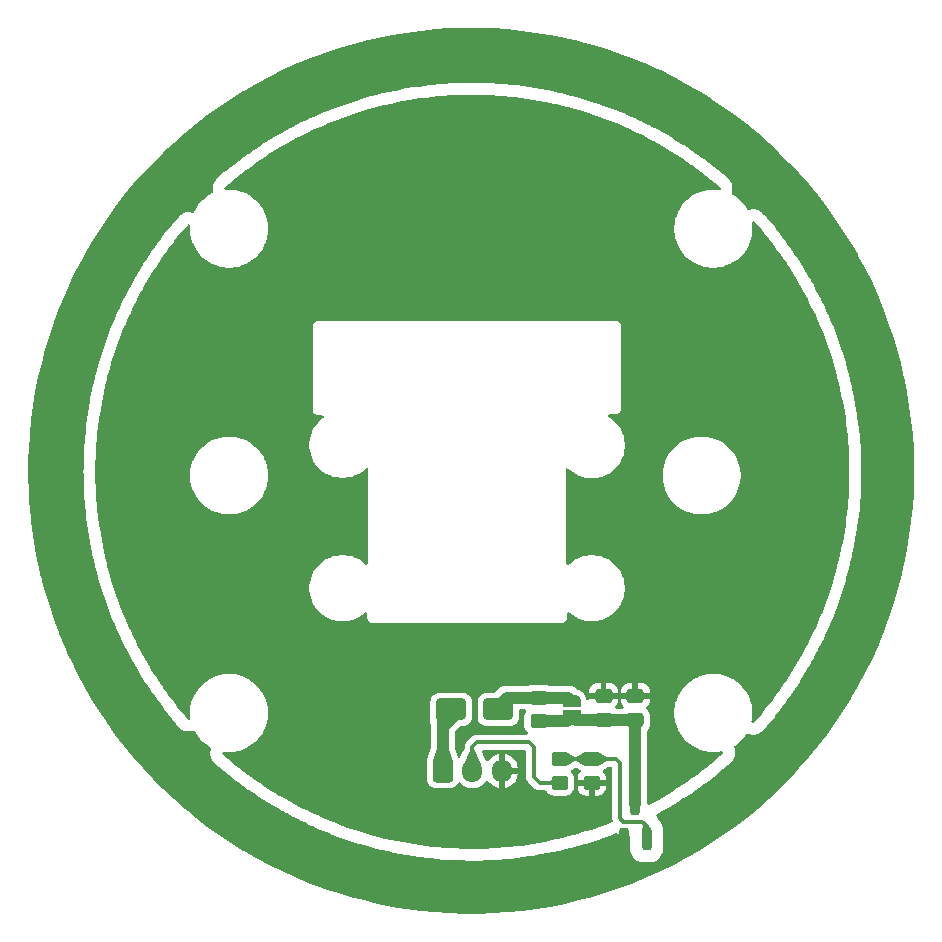
<source format=gbr>
%TF.GenerationSoftware,KiCad,Pcbnew,9.0.7-9.0.7~ubuntu24.04.1*%
%TF.CreationDate,2026-01-08T12:22:14+05:30*%
%TF.ProjectId,RPI_Cam3_RL,5250495f-4361-46d3-935f-524c2e6b6963,1.0.0*%
%TF.SameCoordinates,Original*%
%TF.FileFunction,Copper,L2,Bot*%
%TF.FilePolarity,Positive*%
%FSLAX46Y46*%
G04 Gerber Fmt 4.6, Leading zero omitted, Abs format (unit mm)*
G04 Created by KiCad (PCBNEW 9.0.7-9.0.7~ubuntu24.04.1) date 2026-01-08 12:22:14*
%MOMM*%
%LPD*%
G01*
G04 APERTURE LIST*
G04 Aperture macros list*
%AMRoundRect*
0 Rectangle with rounded corners*
0 $1 Rounding radius*
0 $2 $3 $4 $5 $6 $7 $8 $9 X,Y pos of 4 corners*
0 Add a 4 corners polygon primitive as box body*
4,1,4,$2,$3,$4,$5,$6,$7,$8,$9,$2,$3,0*
0 Add four circle primitives for the rounded corners*
1,1,$1+$1,$2,$3*
1,1,$1+$1,$4,$5*
1,1,$1+$1,$6,$7*
1,1,$1+$1,$8,$9*
0 Add four rect primitives between the rounded corners*
20,1,$1+$1,$2,$3,$4,$5,0*
20,1,$1+$1,$4,$5,$6,$7,0*
20,1,$1+$1,$6,$7,$8,$9,0*
20,1,$1+$1,$8,$9,$2,$3,0*%
%AMFreePoly0*
4,1,23,0.500000,-0.750000,0.000000,-0.750000,0.000000,-0.745722,-0.065263,-0.745722,-0.191342,-0.711940,-0.304381,-0.646677,-0.396677,-0.554381,-0.461940,-0.441342,-0.495722,-0.315263,-0.495722,-0.250000,-0.500000,-0.250000,-0.500000,0.250000,-0.495722,0.250000,-0.495722,0.315263,-0.461940,0.441342,-0.396677,0.554381,-0.304381,0.646677,-0.191342,0.711940,-0.065263,0.745722,0.000000,0.745722,
0.000000,0.750000,0.500000,0.750000,0.500000,-0.750000,0.500000,-0.750000,$1*%
%AMFreePoly1*
4,1,23,0.000000,0.745722,0.065263,0.745722,0.191342,0.711940,0.304381,0.646677,0.396677,0.554381,0.461940,0.441342,0.495722,0.315263,0.495722,0.250000,0.500000,0.250000,0.500000,-0.250000,0.495722,-0.250000,0.495722,-0.315263,0.461940,-0.441342,0.396677,-0.554381,0.304381,-0.646677,0.191342,-0.711940,0.065263,-0.745722,0.000000,-0.745722,0.000000,-0.750000,-0.500000,-0.750000,
-0.500000,0.750000,0.000000,0.750000,0.000000,0.745722,0.000000,0.745722,$1*%
G04 Aperture macros list end*
%TA.AperFunction,SMDPad,CuDef*%
%ADD10RoundRect,0.250000X0.475000X-0.337500X0.475000X0.337500X-0.475000X0.337500X-0.475000X-0.337500X0*%
%TD*%
%TA.AperFunction,SMDPad,CuDef*%
%ADD11FreePoly0,90.000000*%
%TD*%
%TA.AperFunction,SMDPad,CuDef*%
%ADD12FreePoly1,90.000000*%
%TD*%
%TA.AperFunction,ComponentPad*%
%ADD13RoundRect,0.250000X-0.600000X-0.725000X0.600000X-0.725000X0.600000X0.725000X-0.600000X0.725000X0*%
%TD*%
%TA.AperFunction,ComponentPad*%
%ADD14O,1.700000X1.950000*%
%TD*%
%TA.AperFunction,SMDPad,CuDef*%
%ADD15RoundRect,0.250000X1.000000X0.650000X-1.000000X0.650000X-1.000000X-0.650000X1.000000X-0.650000X0*%
%TD*%
%TA.AperFunction,SMDPad,CuDef*%
%ADD16RoundRect,0.250000X0.450000X-0.350000X0.450000X0.350000X-0.450000X0.350000X-0.450000X-0.350000X0*%
%TD*%
%TA.AperFunction,SMDPad,CuDef*%
%ADD17RoundRect,0.200000X0.200000X-0.750000X0.200000X0.750000X-0.200000X0.750000X-0.200000X-0.750000X0*%
%TD*%
%TA.AperFunction,SMDPad,CuDef*%
%ADD18RoundRect,0.250000X-0.450000X0.350000X-0.450000X-0.350000X0.450000X-0.350000X0.450000X0.350000X0*%
%TD*%
%TA.AperFunction,ViaPad*%
%ADD19C,1.500000*%
%TD*%
%TA.AperFunction,ViaPad*%
%ADD20C,0.800000*%
%TD*%
%TA.AperFunction,Conductor*%
%ADD21C,1.000000*%
%TD*%
%TA.AperFunction,Conductor*%
%ADD22C,0.300000*%
%TD*%
G04 APERTURE END LIST*
D10*
%TO.P,C1,1*%
%TO.N,Net-(JP1-A)*%
X218900000Y-112137500D03*
%TO.P,C1,2*%
%TO.N,GND*%
X218900000Y-110062500D03*
%TD*%
D11*
%TO.P,JP1,1,A*%
%TO.N,Net-(JP1-A)*%
X213500000Y-111800000D03*
D12*
%TO.P,JP1,2,B*%
%TO.N,Net-(DP1-K)*%
X213500000Y-110500000D03*
%TD*%
D13*
%TO.P,J1,1,Pin_1*%
%TO.N,+5V*%
X202600000Y-116400000D03*
D14*
%TO.P,J1,2,Pin_2*%
%TO.N,/EN*%
X205100000Y-116400000D03*
%TO.P,J1,3,Pin_3*%
%TO.N,GND*%
X207600000Y-116400000D03*
%TD*%
D15*
%TO.P,DP1,1,K*%
%TO.N,Net-(DP1-K)*%
X207300000Y-111200000D03*
%TO.P,DP1,2,A*%
%TO.N,+5V*%
X203300000Y-111200000D03*
%TD*%
D16*
%TO.P,RP2,1*%
%TO.N,GND*%
X215200000Y-117400000D03*
%TO.P,RP2,2*%
%TO.N,Net-(Q1-G)*%
X215200000Y-115400000D03*
%TD*%
D17*
%TO.P,Q1,1,G*%
%TO.N,Net-(Q1-G)*%
X219850000Y-122200000D03*
%TO.P,Q1,2,S*%
%TO.N,Net-(Q1-S)*%
X217950000Y-122200000D03*
%TO.P,Q1,3,D*%
%TO.N,Net-(JP1-A)*%
X218900000Y-119200000D03*
%TD*%
D10*
%TO.P,C2,1*%
%TO.N,Net-(JP1-A)*%
X216200000Y-112137500D03*
%TO.P,C2,2*%
%TO.N,GND*%
X216200000Y-110062500D03*
%TD*%
D16*
%TO.P,RP1,1*%
%TO.N,/EN*%
X212500000Y-117400000D03*
%TO.P,RP1,2*%
%TO.N,Net-(Q1-G)*%
X212500000Y-115400000D03*
%TD*%
D18*
%TO.P,F1,1*%
%TO.N,Net-(DP1-K)*%
X210700000Y-110200000D03*
%TO.P,F1,2*%
%TO.N,Net-(JP1-A)*%
X210700000Y-112200000D03*
%TD*%
D19*
%TO.N,GND*%
X194000000Y-119000000D03*
X230627595Y-74887150D03*
X216000000Y-63000000D03*
X233500000Y-101500000D03*
X234000000Y-84500000D03*
X200900000Y-61000000D03*
X206221833Y-120796477D03*
X179716070Y-106705804D03*
X198900000Y-61600000D03*
X212800000Y-120400000D03*
X191081160Y-117302239D03*
X196200000Y-119600000D03*
X178666070Y-76705804D03*
X204121833Y-60796477D03*
X177000000Y-80000000D03*
X175800000Y-97500000D03*
X214000000Y-62500000D03*
X176500000Y-82000000D03*
X189262505Y-65340714D03*
X219262506Y-64290714D03*
X234000000Y-99500000D03*
X234500000Y-86500000D03*
X235171833Y-89746477D03*
X221081160Y-116252239D03*
X210800000Y-120800000D03*
X175200000Y-95500000D03*
X175171833Y-91846477D03*
X231677595Y-104887150D03*
D20*
%TO.N,/EN*%
X212480000Y-117400000D03*
D19*
%TO.N,Net-(Q1-S)*%
X173000000Y-79500000D03*
X233000000Y-71000000D03*
X173500000Y-77500000D03*
X184900000Y-63300000D03*
X225000000Y-119000000D03*
X191000000Y-122500000D03*
X238500000Y-85500000D03*
X201000000Y-57000000D03*
X226500000Y-117500000D03*
X171500000Y-97000000D03*
X231500000Y-69500000D03*
X177000000Y-111000000D03*
X210500000Y-124500000D03*
X193000000Y-123000000D03*
X217000000Y-59000000D03*
X183400000Y-64700000D03*
X178500000Y-112500000D03*
X208500000Y-125000000D03*
X171000000Y-95000000D03*
X237000000Y-103000000D03*
X236500000Y-105000000D03*
X219000000Y-59500000D03*
X239000000Y-87500000D03*
X199000000Y-57500000D03*
%TD*%
D21*
%TO.N,Net-(JP1-A)*%
X213500000Y-111800000D02*
X213837500Y-112137500D01*
X218900000Y-112137500D02*
X216200000Y-112137500D01*
X213837500Y-112137500D02*
X216200000Y-112137500D01*
X213100000Y-112200000D02*
X213500000Y-111800000D01*
X210700000Y-112200000D02*
X213100000Y-112200000D01*
X218900000Y-112137500D02*
X218900000Y-119200000D01*
%TO.N,+5V*%
X203300000Y-111600000D02*
X202600000Y-112300000D01*
X203300000Y-111200000D02*
X203300000Y-111600000D01*
X202600000Y-112300000D02*
X202600000Y-116400000D01*
D22*
%TO.N,/EN*%
X210300000Y-114400000D02*
X210300000Y-116900000D01*
X205490000Y-114000000D02*
X209900000Y-114000000D01*
X210800000Y-117400000D02*
X212500000Y-117400000D01*
X209900000Y-114000000D02*
X210300000Y-114400000D01*
X210300000Y-116900000D02*
X210800000Y-117400000D01*
X205100000Y-114390000D02*
X205490000Y-114000000D01*
X205100000Y-116400000D02*
X205100000Y-114390000D01*
%TO.N,Net-(Q1-G)*%
X217240000Y-115400000D02*
X217600000Y-115760000D01*
X219850000Y-121050000D02*
X219850000Y-122200000D01*
X217890000Y-120700000D02*
X219500000Y-120700000D01*
X219500000Y-120700000D02*
X219850000Y-121050000D01*
X215200000Y-115400000D02*
X217240000Y-115400000D01*
X217600000Y-115760000D02*
X217600000Y-120410000D01*
X212500000Y-115400000D02*
X215200000Y-115400000D01*
X217600000Y-120410000D02*
X217890000Y-120700000D01*
D21*
%TO.N,Net-(DP1-K)*%
X210700000Y-110200000D02*
X213200000Y-110200000D01*
X207300000Y-111200000D02*
X207300000Y-110900000D01*
X207300000Y-110900000D02*
X208000000Y-110200000D01*
X208000000Y-110200000D02*
X210700000Y-110200000D01*
X213200000Y-110200000D02*
X213500000Y-110500000D01*
%TD*%
%TA.AperFunction,Conductor*%
%TO.N,+5V*%
G36*
X203305921Y-111207822D02*
G01*
X203748942Y-111867870D01*
X203899426Y-112092072D01*
X203901191Y-112100851D01*
X203898047Y-112106802D01*
X203103437Y-112913667D01*
X203095191Y-112917157D01*
X202111199Y-112917157D01*
X202102926Y-112913730D01*
X202099510Y-112905968D01*
X202064547Y-112106802D01*
X202054567Y-111878675D01*
X202057629Y-111870262D01*
X202060695Y-111867872D01*
X203290651Y-111204045D01*
X203299557Y-111203132D01*
X203305921Y-111207822D01*
G37*
%TD.AperFunction*%
%TD*%
%TA.AperFunction,Conductor*%
%TO.N,/EN*%
G36*
X205250774Y-114594760D02*
G01*
X205253132Y-114598147D01*
X205803038Y-115794690D01*
X205803379Y-115803638D01*
X205799966Y-115808506D01*
X205107559Y-116394601D01*
X205099030Y-116397331D01*
X205092441Y-116394601D01*
X204400033Y-115808506D01*
X204395932Y-115800546D01*
X204396960Y-115794693D01*
X204946868Y-114598146D01*
X204953437Y-114592061D01*
X204957499Y-114591333D01*
X205242501Y-114591333D01*
X205250774Y-114594760D01*
G37*
%TD.AperFunction*%
%TD*%
%TA.AperFunction,Conductor*%
%TO.N,Net-(Q1-G)*%
G36*
X214660647Y-114825745D02*
G01*
X215193455Y-115391982D01*
X215196629Y-115400356D01*
X215193455Y-115408018D01*
X214660647Y-115974254D01*
X214652482Y-115977931D01*
X214646322Y-115976395D01*
X213905896Y-115553368D01*
X213900412Y-115546288D01*
X213900000Y-115543209D01*
X213900000Y-115256790D01*
X213903427Y-115248517D01*
X213905893Y-115246632D01*
X214646323Y-114823603D01*
X214655205Y-114822475D01*
X214660647Y-114825745D01*
G37*
%TD.AperFunction*%
%TD*%
%TA.AperFunction,Conductor*%
%TO.N,/EN*%
G36*
X212398298Y-117012548D02*
G01*
X212404201Y-117019281D01*
X212404591Y-117020729D01*
X212480534Y-117397689D01*
X212480534Y-117402311D01*
X212404591Y-117779270D01*
X212399597Y-117786703D01*
X212390810Y-117788429D01*
X212389362Y-117788039D01*
X212363513Y-117779270D01*
X212296630Y-117756580D01*
X211695627Y-117552693D01*
X211688894Y-117546790D01*
X211687686Y-117541613D01*
X211687686Y-117258386D01*
X211691113Y-117250113D01*
X211695627Y-117247306D01*
X212389364Y-117011960D01*
X212398298Y-117012548D01*
G37*
%TD.AperFunction*%
%TD*%
%TA.AperFunction,Conductor*%
%TO.N,Net-(Q1-S)*%
G36*
X205615603Y-53503740D02*
G01*
X206838101Y-53543760D01*
X206842096Y-53543956D01*
X208062640Y-53623955D01*
X208066678Y-53624286D01*
X209283953Y-53744177D01*
X209287885Y-53744630D01*
X210500589Y-53904285D01*
X210504556Y-53904873D01*
X211711414Y-54104127D01*
X211715356Y-54104845D01*
X212915006Y-54343470D01*
X212918869Y-54344303D01*
X214110103Y-54622060D01*
X214114038Y-54623046D01*
X214629714Y-54761220D01*
X215295513Y-54939620D01*
X215299339Y-54940713D01*
X216469886Y-55295795D01*
X216473669Y-55297010D01*
X217631908Y-55690180D01*
X217635717Y-55691543D01*
X218780432Y-56122383D01*
X218784201Y-56123872D01*
X219914246Y-56591951D01*
X219917934Y-56593550D01*
X220746018Y-56968751D01*
X221032046Y-57098349D01*
X221035714Y-57100084D01*
X222132695Y-57641055D01*
X222136304Y-57642909D01*
X223215012Y-58219490D01*
X223218509Y-58221433D01*
X224277805Y-58833018D01*
X224281257Y-58835088D01*
X225260856Y-59444241D01*
X225319934Y-59480978D01*
X225323336Y-59483171D01*
X226340336Y-60162709D01*
X226343668Y-60165015D01*
X226609725Y-60355669D01*
X227337875Y-60877453D01*
X227341134Y-60879870D01*
X228311497Y-61624457D01*
X228314676Y-61626980D01*
X229260176Y-62402930D01*
X229263233Y-62405523D01*
X230182869Y-63212023D01*
X230185804Y-63214683D01*
X231078583Y-64050862D01*
X231081468Y-64053655D01*
X231946344Y-64918531D01*
X231949138Y-64921417D01*
X232785313Y-65814192D01*
X232787979Y-65817133D01*
X233594460Y-66736748D01*
X233597074Y-66739829D01*
X233907380Y-67117939D01*
X234373019Y-67685323D01*
X234375542Y-67688502D01*
X235120129Y-68658865D01*
X235122546Y-68662124D01*
X235834981Y-69656327D01*
X235837290Y-69659663D01*
X236516822Y-70676654D01*
X236519021Y-70680065D01*
X237164903Y-71718728D01*
X237166989Y-71722208D01*
X237458042Y-72226327D01*
X237710901Y-72664292D01*
X237778552Y-72781466D01*
X237780523Y-72785013D01*
X238357090Y-73863695D01*
X238358944Y-73867304D01*
X238899915Y-74964285D01*
X238901650Y-74967953D01*
X239406441Y-76082048D01*
X239408055Y-76085771D01*
X239876125Y-77215793D01*
X239877616Y-77219567D01*
X240308456Y-78364282D01*
X240309823Y-78368102D01*
X240483037Y-78878374D01*
X240644669Y-79354527D01*
X240702972Y-79526280D01*
X240704214Y-79530144D01*
X240876376Y-80097686D01*
X241025809Y-80590301D01*
X241059273Y-80700615D01*
X241060387Y-80704517D01*
X241376953Y-81885961D01*
X241377939Y-81889896D01*
X241582339Y-82766518D01*
X241599018Y-82838052D01*
X241655683Y-83081072D01*
X241656539Y-83085039D01*
X241895149Y-84284618D01*
X241895876Y-84288610D01*
X242095122Y-85495420D01*
X242095717Y-85499434D01*
X242255363Y-86712065D01*
X242255827Y-86716096D01*
X242375712Y-87933318D01*
X242376044Y-87937362D01*
X242456041Y-89157874D01*
X242456240Y-89161927D01*
X242496260Y-90384396D01*
X242496326Y-90388453D01*
X242496326Y-91611546D01*
X242496260Y-91615603D01*
X242456240Y-92838072D01*
X242456041Y-92842125D01*
X242376044Y-94062637D01*
X242375712Y-94066681D01*
X242255827Y-95283903D01*
X242255363Y-95287934D01*
X242095717Y-96500565D01*
X242095122Y-96504579D01*
X241895876Y-97711389D01*
X241895149Y-97715381D01*
X241656539Y-98914960D01*
X241655683Y-98918927D01*
X241377939Y-100110103D01*
X241376953Y-100114038D01*
X241060387Y-101295482D01*
X241059273Y-101299384D01*
X240704214Y-102469855D01*
X240702972Y-102473719D01*
X240309823Y-103631897D01*
X240308456Y-103635717D01*
X239877616Y-104780432D01*
X239876125Y-104784206D01*
X239408055Y-105914228D01*
X239406441Y-105917951D01*
X238901650Y-107032046D01*
X238899915Y-107035714D01*
X238358944Y-108132695D01*
X238357090Y-108136304D01*
X237780523Y-109214986D01*
X237778552Y-109218533D01*
X237166989Y-110277791D01*
X237164903Y-110281271D01*
X236519021Y-111319934D01*
X236516822Y-111323345D01*
X235837290Y-112340336D01*
X235834981Y-112343672D01*
X235122546Y-113337875D01*
X235120129Y-113341134D01*
X234375542Y-114311497D01*
X234373019Y-114314676D01*
X233597085Y-115260157D01*
X233594460Y-115263251D01*
X232787995Y-116182848D01*
X232785286Y-116185837D01*
X232402328Y-116594717D01*
X231949166Y-117078553D01*
X231946344Y-117081468D01*
X231081468Y-117946344D01*
X231078553Y-117949166D01*
X230185837Y-118785286D01*
X230182848Y-118787995D01*
X229263251Y-119594460D01*
X229260157Y-119597085D01*
X228314676Y-120373019D01*
X228311497Y-120375542D01*
X227341134Y-121120129D01*
X227337875Y-121122546D01*
X226343672Y-121834981D01*
X226340336Y-121837290D01*
X225323345Y-122516822D01*
X225319934Y-122519021D01*
X224281271Y-123164903D01*
X224277791Y-123166989D01*
X223218533Y-123778552D01*
X223214986Y-123780523D01*
X222136304Y-124357090D01*
X222132695Y-124358944D01*
X221035714Y-124899915D01*
X221032046Y-124901650D01*
X219917951Y-125406441D01*
X219914228Y-125408055D01*
X218784206Y-125876125D01*
X218780432Y-125877616D01*
X217635717Y-126308456D01*
X217631897Y-126309823D01*
X216473719Y-126702972D01*
X216469855Y-126704214D01*
X215299384Y-127059273D01*
X215295482Y-127060387D01*
X214114038Y-127376953D01*
X214110103Y-127377939D01*
X212918927Y-127655683D01*
X212914960Y-127656539D01*
X211715381Y-127895149D01*
X211711389Y-127895876D01*
X210504579Y-128095122D01*
X210500565Y-128095717D01*
X209287934Y-128255363D01*
X209283903Y-128255827D01*
X208066681Y-128375712D01*
X208062637Y-128376044D01*
X206842125Y-128456041D01*
X206838072Y-128456240D01*
X205615603Y-128496260D01*
X205611546Y-128496326D01*
X204388454Y-128496326D01*
X204384397Y-128496260D01*
X203161927Y-128456240D01*
X203157874Y-128456041D01*
X201937362Y-128376044D01*
X201933318Y-128375712D01*
X200716096Y-128255827D01*
X200712065Y-128255363D01*
X199499434Y-128095717D01*
X199495420Y-128095122D01*
X198288610Y-127895876D01*
X198284618Y-127895149D01*
X197085039Y-127656539D01*
X197081085Y-127655685D01*
X196766518Y-127582339D01*
X195889896Y-127377939D01*
X195885961Y-127376953D01*
X194704517Y-127060387D01*
X194700615Y-127059273D01*
X194575217Y-127021234D01*
X193530144Y-126704214D01*
X193526293Y-126702976D01*
X193124847Y-126566703D01*
X192368102Y-126309823D01*
X192364282Y-126308456D01*
X191219567Y-125877616D01*
X191215793Y-125876125D01*
X190085771Y-125408055D01*
X190082048Y-125406441D01*
X188967953Y-124901650D01*
X188964285Y-124899915D01*
X187867304Y-124358944D01*
X187863695Y-124357090D01*
X186908464Y-123846509D01*
X186785008Y-123780520D01*
X186781466Y-123778552D01*
X186746014Y-123758084D01*
X185923768Y-123283360D01*
X185722208Y-123166989D01*
X185718728Y-123164903D01*
X184680065Y-122519021D01*
X184676654Y-122516822D01*
X183659663Y-121837290D01*
X183656327Y-121834981D01*
X182662124Y-121122546D01*
X182658865Y-121120129D01*
X181688502Y-120375542D01*
X181685323Y-120373019D01*
X181147808Y-119931893D01*
X180739829Y-119597074D01*
X180736748Y-119594460D01*
X179817133Y-118787979D01*
X179814192Y-118785313D01*
X178921417Y-117949138D01*
X178918531Y-117946344D01*
X178053655Y-117081468D01*
X178050862Y-117078583D01*
X177214683Y-116185804D01*
X177212023Y-116182869D01*
X176405523Y-115263233D01*
X176402930Y-115260176D01*
X175643128Y-114334353D01*
X175626980Y-114314676D01*
X175624457Y-114311497D01*
X174879870Y-113341134D01*
X174877453Y-113337875D01*
X174205356Y-112399963D01*
X174165015Y-112343668D01*
X174162709Y-112340336D01*
X174069402Y-112200692D01*
X173483171Y-111323336D01*
X173480978Y-111319934D01*
X172835088Y-110281257D01*
X172833010Y-110277791D01*
X172755964Y-110144343D01*
X172221433Y-109218509D01*
X172219490Y-109215012D01*
X171642909Y-108136304D01*
X171641055Y-108132695D01*
X171100084Y-107035714D01*
X171098349Y-107032046D01*
X170899397Y-106592950D01*
X170593550Y-105917934D01*
X170591944Y-105914228D01*
X170585583Y-105898872D01*
X170123872Y-104784201D01*
X170122383Y-104780432D01*
X170058722Y-104611290D01*
X169835475Y-104018136D01*
X169691543Y-103635717D01*
X169690176Y-103631897D01*
X169297010Y-102473669D01*
X169295795Y-102469886D01*
X168940713Y-101299339D01*
X168939620Y-101295513D01*
X168683956Y-100341359D01*
X168623046Y-100114038D01*
X168622060Y-100110103D01*
X168613639Y-100073988D01*
X168344303Y-98918869D01*
X168343470Y-98915006D01*
X168104845Y-97715356D01*
X168104123Y-97711389D01*
X168078987Y-97559146D01*
X167904873Y-96504556D01*
X167904282Y-96500565D01*
X167744630Y-95287885D01*
X167744177Y-95283953D01*
X167624286Y-94066678D01*
X167623955Y-94062637D01*
X167599558Y-93690411D01*
X167543956Y-92842096D01*
X167543759Y-92838072D01*
X167537617Y-92650466D01*
X167503740Y-91615603D01*
X167503674Y-91611546D01*
X167503674Y-91076801D01*
X172172660Y-91076801D01*
X172172660Y-91080770D01*
X172172974Y-91239842D01*
X172173046Y-91276237D01*
X172173067Y-91287003D01*
X172173068Y-91287248D01*
X172173068Y-91287249D01*
X172173157Y-91332690D01*
X172173195Y-91339597D01*
X172173212Y-91341497D01*
X172173295Y-91348174D01*
X172181259Y-91851313D01*
X172181421Y-91859535D01*
X172181459Y-91861168D01*
X172181675Y-91868960D01*
X172197619Y-92372487D01*
X172197903Y-92380499D01*
X172197962Y-92381976D01*
X172197972Y-92382218D01*
X172198131Y-92385869D01*
X172198325Y-92390332D01*
X172222193Y-92892635D01*
X172222578Y-92900172D01*
X172222678Y-92901979D01*
X172223183Y-92910544D01*
X172255045Y-93413174D01*
X172255542Y-93420549D01*
X172255556Y-93420755D01*
X172255630Y-93421796D01*
X172255695Y-93422716D01*
X172256303Y-93430802D01*
X172257669Y-93448012D01*
X172257669Y-93448016D01*
X172296088Y-93932498D01*
X172296092Y-93932541D01*
X172296767Y-93940637D01*
X172296934Y-93942547D01*
X172297288Y-93946433D01*
X172297661Y-93950519D01*
X172345345Y-94451152D01*
X172346122Y-94458995D01*
X172346302Y-94460745D01*
X172347166Y-94468823D01*
X172402836Y-94969262D01*
X172403804Y-94977649D01*
X172404010Y-94979374D01*
X172404972Y-94987160D01*
X172468471Y-95485991D01*
X172469506Y-95493878D01*
X172469754Y-95495718D01*
X172470920Y-95504095D01*
X172542349Y-96002166D01*
X172543498Y-96009960D01*
X172543816Y-96012059D01*
X172545020Y-96019793D01*
X172624293Y-96516488D01*
X172624318Y-96516646D01*
X172624330Y-96516716D01*
X172625569Y-96524293D01*
X172625893Y-96526228D01*
X172625906Y-96526301D01*
X172627275Y-96534284D01*
X172714511Y-97030299D01*
X172715922Y-97038134D01*
X172716273Y-97040039D01*
X172717698Y-97047607D01*
X172812718Y-97541889D01*
X172814151Y-97549201D01*
X172814508Y-97550988D01*
X172816175Y-97559146D01*
X172858661Y-97762722D01*
X172919045Y-98052055D01*
X172920718Y-98059912D01*
X172921105Y-98061695D01*
X172922807Y-98069391D01*
X172980159Y-98323980D01*
X173033448Y-98560534D01*
X173035294Y-98568575D01*
X173035652Y-98570107D01*
X173037507Y-98577905D01*
X173155829Y-99066915D01*
X173157522Y-99073799D01*
X173157578Y-99074026D01*
X173158063Y-99075968D01*
X173160166Y-99084242D01*
X173223555Y-99329194D01*
X173286321Y-99571735D01*
X173288359Y-99579475D01*
X173288855Y-99581333D01*
X173290907Y-99588888D01*
X173401316Y-99989303D01*
X173424684Y-100074048D01*
X173426832Y-100081717D01*
X173427313Y-100083409D01*
X173427347Y-100083526D01*
X173429540Y-100091129D01*
X173570964Y-100574062D01*
X173573201Y-100581588D01*
X173573215Y-100581635D01*
X173573745Y-100583394D01*
X173576112Y-100591136D01*
X173725198Y-101071885D01*
X173725206Y-101071909D01*
X173727546Y-101079358D01*
X173728095Y-101081079D01*
X173730594Y-101088814D01*
X173887312Y-101567278D01*
X173889861Y-101574953D01*
X173890509Y-101576878D01*
X173892978Y-101584121D01*
X174057202Y-102059908D01*
X174059576Y-102066703D01*
X174059656Y-102066931D01*
X174060309Y-102068778D01*
X174060366Y-102068939D01*
X174063118Y-102076618D01*
X174234864Y-102549779D01*
X174237550Y-102557093D01*
X174238153Y-102558716D01*
X174241042Y-102566392D01*
X174420252Y-103036767D01*
X174422976Y-103043838D01*
X174423683Y-103045652D01*
X174426727Y-103053371D01*
X174523512Y-103295799D01*
X174613354Y-103520839D01*
X174613399Y-103520952D01*
X174613416Y-103520993D01*
X174616277Y-103528079D01*
X174617066Y-103530010D01*
X174620091Y-103537333D01*
X174814103Y-104001818D01*
X174817180Y-104009103D01*
X174817774Y-104010495D01*
X174821113Y-104018234D01*
X175022276Y-104479187D01*
X175025459Y-104486405D01*
X175026148Y-104487953D01*
X175026192Y-104488050D01*
X175029645Y-104495718D01*
X175161017Y-104784206D01*
X175238310Y-104953937D01*
X175241556Y-104960994D01*
X175242419Y-104962849D01*
X175245790Y-104970021D01*
X175461463Y-105424424D01*
X175461572Y-105424651D01*
X175465119Y-105432048D01*
X175465925Y-105433711D01*
X175469313Y-105440634D01*
X175469366Y-105440742D01*
X175692327Y-105891927D01*
X175695794Y-105898872D01*
X175695897Y-105899078D01*
X175696698Y-105900667D01*
X175696762Y-105900793D01*
X175696807Y-105900882D01*
X175700184Y-105907516D01*
X175700239Y-105907623D01*
X175700295Y-105907733D01*
X175815066Y-106131014D01*
X175930512Y-106355610D01*
X175934180Y-106362674D01*
X175934231Y-106362772D01*
X175935050Y-106364334D01*
X175938675Y-106371183D01*
X176175853Y-106815176D01*
X176177936Y-106819037D01*
X176179725Y-106822354D01*
X176180644Y-106824042D01*
X176184425Y-106830921D01*
X176428519Y-107270959D01*
X176432203Y-107277541D01*
X176433123Y-107279172D01*
X176437234Y-107286384D01*
X176688430Y-107722795D01*
X176692174Y-107729242D01*
X176692309Y-107729472D01*
X176693293Y-107731151D01*
X176697387Y-107738074D01*
X176697513Y-107738285D01*
X176955335Y-108170250D01*
X176959712Y-108177514D01*
X176960761Y-108179238D01*
X176964621Y-108185529D01*
X177229233Y-108613338D01*
X177233382Y-108619991D01*
X177234288Y-108621431D01*
X177238782Y-108628511D01*
X177488697Y-109018619D01*
X177510338Y-109052400D01*
X177514480Y-109058813D01*
X177515214Y-109059941D01*
X177515553Y-109060461D01*
X177520079Y-109067345D01*
X177798239Y-109486777D01*
X177802810Y-109493609D01*
X177802871Y-109493699D01*
X177803933Y-109495272D01*
X177804023Y-109495404D01*
X177808078Y-109501364D01*
X178093010Y-109916590D01*
X178097638Y-109923275D01*
X178098597Y-109924647D01*
X178098754Y-109924872D01*
X178103193Y-109931177D01*
X178103258Y-109931269D01*
X178103328Y-109931368D01*
X178394398Y-110341471D01*
X178394480Y-110341585D01*
X178399072Y-110348001D01*
X178400197Y-110349560D01*
X178404917Y-110356047D01*
X178404956Y-110356100D01*
X178702790Y-110761969D01*
X178707389Y-110768182D01*
X178708717Y-110769962D01*
X178713440Y-110776240D01*
X178871291Y-110984359D01*
X179017491Y-111177118D01*
X179019128Y-111179258D01*
X179022322Y-111183437D01*
X179023462Y-111184914D01*
X179028413Y-111191284D01*
X179338849Y-111587402D01*
X179338884Y-111587446D01*
X179343862Y-111593746D01*
X179344578Y-111594644D01*
X179344985Y-111595156D01*
X179350066Y-111601483D01*
X179666617Y-111992496D01*
X179671517Y-111998503D01*
X179672635Y-111999863D01*
X179677874Y-112006181D01*
X180000821Y-112392433D01*
X180005852Y-112398401D01*
X180005908Y-112398467D01*
X180007179Y-112399963D01*
X180012372Y-112406026D01*
X180176706Y-112596368D01*
X180247314Y-112678151D01*
X180247326Y-112678164D01*
X180332478Y-112765474D01*
X180354684Y-112785638D01*
X180355916Y-112786756D01*
X180355923Y-112786761D01*
X180519805Y-112907320D01*
X180519812Y-112907323D01*
X180704588Y-112992417D01*
X180704594Y-112992419D01*
X180704600Y-112992422D01*
X180770695Y-113015078D01*
X180804754Y-113023677D01*
X180932187Y-113055851D01*
X180932191Y-113055852D01*
X180944616Y-113056636D01*
X181135238Y-113068670D01*
X181312139Y-113043805D01*
X181336702Y-113040353D01*
X181336704Y-113040352D01*
X181336707Y-113040352D01*
X181404558Y-113023677D01*
X181447150Y-113009377D01*
X181516966Y-113006702D01*
X181577147Y-113042198D01*
X181595971Y-113068477D01*
X181665646Y-113198830D01*
X181665650Y-113198837D01*
X181665653Y-113198842D01*
X181845814Y-113468472D01*
X181845821Y-113468481D01*
X182051546Y-113719158D01*
X182280841Y-113948453D01*
X182280846Y-113948457D01*
X182280847Y-113948458D01*
X182531524Y-114154183D01*
X182801158Y-114334347D01*
X182801167Y-114334352D01*
X182801169Y-114334353D01*
X182904909Y-114389803D01*
X182954753Y-114438765D01*
X182970214Y-114506903D01*
X182964080Y-114538411D01*
X182930985Y-114637588D01*
X182930983Y-114637595D01*
X182906752Y-114839587D01*
X182906752Y-114839596D01*
X182905516Y-114908101D01*
X182905491Y-114909460D01*
X182916285Y-115075646D01*
X182916287Y-115075654D01*
X182966446Y-115272817D01*
X182966446Y-115272819D01*
X182995667Y-115333033D01*
X183055272Y-115455858D01*
X183091979Y-115515308D01*
X183111062Y-115543526D01*
X183138671Y-115584354D01*
X183138675Y-115584359D01*
X183248873Y-115705675D01*
X183248874Y-115705676D01*
X183275467Y-115734952D01*
X183275472Y-115734957D01*
X183280556Y-115739525D01*
X183286317Y-115744662D01*
X183287793Y-115745968D01*
X183293999Y-115751414D01*
X183294096Y-115751498D01*
X183673593Y-116081772D01*
X183675587Y-116083492D01*
X183680018Y-116087317D01*
X183681458Y-116088549D01*
X183681558Y-116088635D01*
X183687265Y-116093482D01*
X184072040Y-116417790D01*
X184077699Y-116422525D01*
X184077751Y-116422568D01*
X184079183Y-116423757D01*
X184085741Y-116429155D01*
X184475678Y-116747396D01*
X184481751Y-116752313D01*
X184481878Y-116752415D01*
X184483091Y-116753390D01*
X184483186Y-116753466D01*
X184483281Y-116753542D01*
X184489613Y-116758587D01*
X184884536Y-117070618D01*
X184890939Y-117075635D01*
X184891030Y-117075706D01*
X184891061Y-117075730D01*
X184892402Y-117076772D01*
X184898663Y-117081599D01*
X185106665Y-117240659D01*
X185298366Y-117387254D01*
X185304547Y-117391943D01*
X185306115Y-117393123D01*
X185312649Y-117397999D01*
X185314586Y-117399432D01*
X185515136Y-117547825D01*
X185717359Y-117697455D01*
X185723205Y-117701745D01*
X185723614Y-117702045D01*
X185725201Y-117703200D01*
X185731673Y-117707871D01*
X186140942Y-118000791D01*
X186147645Y-118005547D01*
X186149250Y-118006676D01*
X186149303Y-118006713D01*
X186155617Y-118011118D01*
X186569378Y-118297461D01*
X186575739Y-118301827D01*
X186577278Y-118302875D01*
X186577376Y-118302941D01*
X186577392Y-118302952D01*
X186584119Y-118307491D01*
X187002452Y-118587312D01*
X187009345Y-118591882D01*
X187010975Y-118592953D01*
X187017379Y-118597126D01*
X187017445Y-118597169D01*
X187017510Y-118597211D01*
X187439982Y-118870223D01*
X187446955Y-118874689D01*
X187448483Y-118875659D01*
X187448499Y-118875669D01*
X187455152Y-118879857D01*
X187882081Y-119146267D01*
X187888651Y-119150332D01*
X187888716Y-119150372D01*
X187888755Y-119150396D01*
X187890224Y-119151298D01*
X187894715Y-119154026D01*
X187897307Y-119155602D01*
X188328452Y-119415253D01*
X188335303Y-119419342D01*
X188336992Y-119420341D01*
X188343836Y-119424353D01*
X188778974Y-119677113D01*
X188785649Y-119680956D01*
X188787354Y-119681929D01*
X188794504Y-119685971D01*
X189233655Y-119931850D01*
X189233732Y-119931893D01*
X189236304Y-119933319D01*
X189240486Y-119935640D01*
X189242185Y-119936574D01*
X189244133Y-119937634D01*
X189249224Y-119940407D01*
X189372921Y-120007115D01*
X189692335Y-120179372D01*
X189699408Y-120183150D01*
X189700920Y-120183949D01*
X189701077Y-120184033D01*
X189707979Y-120187650D01*
X190154588Y-120419455D01*
X190154683Y-120419503D01*
X190154772Y-120419550D01*
X190162113Y-120423322D01*
X190162308Y-120423421D01*
X190162331Y-120423433D01*
X190163570Y-120424064D01*
X190163753Y-120424156D01*
X190163788Y-120424174D01*
X190170631Y-120427622D01*
X190532760Y-120608361D01*
X190621071Y-120652437D01*
X190623753Y-120653761D01*
X190628346Y-120656031D01*
X190630109Y-120656893D01*
X190637038Y-120660247D01*
X190637124Y-120660288D01*
X191060576Y-120863329D01*
X191090763Y-120877803D01*
X191097679Y-120881087D01*
X191099455Y-120881922D01*
X191106943Y-120885405D01*
X191440017Y-121038674D01*
X191564290Y-121095861D01*
X191571371Y-121099085D01*
X191571438Y-121099115D01*
X191571464Y-121099127D01*
X191573253Y-121099933D01*
X191580456Y-121103144D01*
X192040891Y-121306255D01*
X192048060Y-121309384D01*
X192048243Y-121309464D01*
X192049762Y-121310119D01*
X192049958Y-121310204D01*
X192057305Y-121313342D01*
X192520927Y-121509152D01*
X192521004Y-121509184D01*
X192521051Y-121509204D01*
X192524126Y-121510487D01*
X192528392Y-121512269D01*
X192530206Y-121513018D01*
X192537448Y-121515975D01*
X193004111Y-121704424D01*
X193004163Y-121704444D01*
X193004176Y-121704450D01*
X193011783Y-121707486D01*
X193012726Y-121707857D01*
X193013605Y-121708204D01*
X193020743Y-121710987D01*
X193490233Y-121891988D01*
X193497304Y-121894684D01*
X193499140Y-121895376D01*
X193506959Y-121898286D01*
X193979386Y-122071884D01*
X193986937Y-122074624D01*
X193988784Y-122075286D01*
X193996212Y-122077916D01*
X194224836Y-122157843D01*
X194471250Y-122243990D01*
X194478955Y-122246649D01*
X194480483Y-122247168D01*
X194480698Y-122247242D01*
X194488196Y-122249764D01*
X194965803Y-122408297D01*
X194973066Y-122410677D01*
X194974118Y-122411017D01*
X194974926Y-122411279D01*
X194982713Y-122413763D01*
X194982770Y-122413781D01*
X194982811Y-122413794D01*
X195462946Y-122564774D01*
X195470990Y-122567266D01*
X195472867Y-122567839D01*
X195480041Y-122570000D01*
X195664911Y-122624933D01*
X195962287Y-122713298D01*
X195962352Y-122713317D01*
X195962426Y-122713339D01*
X195970428Y-122715681D01*
X195972309Y-122716223D01*
X195979595Y-122718292D01*
X195979761Y-122718338D01*
X195979791Y-122718347D01*
X196463949Y-122853913D01*
X196464011Y-122853930D01*
X196464157Y-122853971D01*
X196469526Y-122855453D01*
X196471361Y-122855960D01*
X196471401Y-122855971D01*
X196471445Y-122855983D01*
X196473339Y-122856498D01*
X196481412Y-122858657D01*
X196968161Y-122986675D01*
X196968317Y-122986716D01*
X196973802Y-122988135D01*
X196975827Y-122988659D01*
X196977728Y-122989143D01*
X196981690Y-122990134D01*
X196985405Y-122991065D01*
X196985470Y-122991081D01*
X196985482Y-122991084D01*
X197474165Y-123111376D01*
X197481975Y-123113266D01*
X197483885Y-123113720D01*
X197491558Y-123115512D01*
X197982039Y-123228044D01*
X197989636Y-123229756D01*
X197991552Y-123230180D01*
X197999493Y-123231903D01*
X198179900Y-123270299D01*
X198491734Y-123336668D01*
X198493817Y-123337102D01*
X198499752Y-123338341D01*
X198501675Y-123338734D01*
X198501719Y-123338743D01*
X198509187Y-123340240D01*
X198861765Y-123409466D01*
X199003068Y-123437210D01*
X199010748Y-123438686D01*
X199010830Y-123438701D01*
X199010937Y-123438722D01*
X199012559Y-123439027D01*
X199012676Y-123439049D01*
X199017595Y-123439955D01*
X199020525Y-123440495D01*
X199020586Y-123440506D01*
X199020635Y-123440515D01*
X199515969Y-123529654D01*
X199524020Y-123531069D01*
X199525955Y-123531401D01*
X199533590Y-123532681D01*
X200030198Y-123613956D01*
X200037779Y-123615167D01*
X200039717Y-123615469D01*
X200047858Y-123616703D01*
X200545814Y-123690128D01*
X200554167Y-123691324D01*
X200556111Y-123691594D01*
X200563520Y-123692595D01*
X200897522Y-123736455D01*
X201062225Y-123758084D01*
X201062317Y-123758095D01*
X201062380Y-123758104D01*
X201069840Y-123759055D01*
X201071567Y-123759268D01*
X201071836Y-123759302D01*
X201075049Y-123759685D01*
X201080124Y-123760292D01*
X201580139Y-123817918D01*
X201588158Y-123818810D01*
X201590109Y-123819019D01*
X201597912Y-123819824D01*
X202098719Y-123869524D01*
X202106845Y-123870297D01*
X202108456Y-123870443D01*
X202108841Y-123870479D01*
X202112299Y-123870780D01*
X202116521Y-123871148D01*
X202617974Y-123912910D01*
X202625600Y-123913516D01*
X202627557Y-123913664D01*
X202635800Y-123914253D01*
X203137989Y-123948083D01*
X203146136Y-123948599D01*
X203148095Y-123948715D01*
X203150263Y-123948834D01*
X203155774Y-123949140D01*
X203235146Y-123953226D01*
X203658417Y-123975017D01*
X203658466Y-123975019D01*
X203658518Y-123975022D01*
X203666489Y-123975401D01*
X203668152Y-123975472D01*
X203668509Y-123975488D01*
X203676276Y-123975795D01*
X204179151Y-123993710D01*
X204186773Y-123993952D01*
X204188735Y-123994007D01*
X204193826Y-123994128D01*
X204196884Y-123994202D01*
X204196950Y-123994203D01*
X204197021Y-123994205D01*
X204700238Y-124004161D01*
X204708342Y-124004289D01*
X204708407Y-124004289D01*
X204708422Y-124004290D01*
X204708617Y-124004292D01*
X204710304Y-124004312D01*
X204718110Y-124004373D01*
X205205384Y-124006301D01*
X205221352Y-124006365D01*
X205221359Y-124006365D01*
X205229432Y-124006365D01*
X205229437Y-124006365D01*
X205231400Y-124006357D01*
X205239238Y-124006294D01*
X205742455Y-124000320D01*
X205750502Y-124000192D01*
X205751984Y-124000162D01*
X205752378Y-124000155D01*
X205752450Y-124000153D01*
X205752464Y-124000153D01*
X205760327Y-123999966D01*
X206263324Y-123986031D01*
X206269313Y-123985842D01*
X206270777Y-123985797D01*
X206270810Y-123985795D01*
X206270836Y-123985795D01*
X206272797Y-123985726D01*
X206281188Y-123985396D01*
X206784029Y-123963497D01*
X206792025Y-123963117D01*
X206793985Y-123963016D01*
X206801882Y-123962578D01*
X207304252Y-123932727D01*
X207309197Y-123932413D01*
X207312216Y-123932222D01*
X207314075Y-123932097D01*
X207314201Y-123932088D01*
X207322086Y-123931525D01*
X207823921Y-123893728D01*
X207831905Y-123893095D01*
X207833861Y-123892932D01*
X207841736Y-123892244D01*
X208342915Y-123846509D01*
X208350930Y-123845746D01*
X208352247Y-123845615D01*
X208352926Y-123845548D01*
X208357505Y-123845074D01*
X208360704Y-123844744D01*
X208861104Y-123791082D01*
X208869204Y-123790180D01*
X208870887Y-123789985D01*
X208871180Y-123789952D01*
X208876875Y-123789272D01*
X208878862Y-123789035D01*
X208878881Y-123789032D01*
X208878987Y-123789020D01*
X209263909Y-123741568D01*
X209378280Y-123727469D01*
X209385900Y-123726500D01*
X209387846Y-123726245D01*
X209396005Y-123725142D01*
X209894455Y-123655670D01*
X209902229Y-123654555D01*
X209902263Y-123654550D01*
X209903974Y-123654298D01*
X209904003Y-123654293D01*
X209904170Y-123654269D01*
X209912138Y-123653063D01*
X210409446Y-123575709D01*
X210417298Y-123574455D01*
X210417312Y-123574452D01*
X210417354Y-123574446D01*
X210417800Y-123574372D01*
X210419235Y-123574138D01*
X210427089Y-123572821D01*
X210923089Y-123487609D01*
X210929330Y-123486510D01*
X210931076Y-123486204D01*
X210931916Y-123486052D01*
X210933018Y-123485854D01*
X210940682Y-123484443D01*
X211435232Y-123391400D01*
X211442100Y-123390080D01*
X211442902Y-123389926D01*
X211442930Y-123389920D01*
X211442969Y-123389913D01*
X211444895Y-123389535D01*
X211452775Y-123387956D01*
X211945864Y-123287082D01*
X211953933Y-123285396D01*
X211955852Y-123284987D01*
X211963347Y-123283360D01*
X212454645Y-123174725D01*
X212461966Y-123173077D01*
X212463879Y-123172639D01*
X212472068Y-123170728D01*
X212961734Y-123054296D01*
X212969504Y-123052416D01*
X212971409Y-123051947D01*
X212971439Y-123051939D01*
X212971506Y-123051923D01*
X212974013Y-123051294D01*
X212979090Y-123050024D01*
X213466835Y-122925862D01*
X213474928Y-122923766D01*
X213476826Y-122923266D01*
X213484124Y-122921314D01*
X213969741Y-122789476D01*
X213977316Y-122787388D01*
X213979206Y-122786859D01*
X213986956Y-122784656D01*
X214470500Y-122645127D01*
X214478168Y-122642882D01*
X214478874Y-122642672D01*
X214480016Y-122642333D01*
X214487613Y-122640043D01*
X214716673Y-122570001D01*
X214968892Y-122492878D01*
X214976505Y-122490516D01*
X214978378Y-122489927D01*
X214985947Y-122487515D01*
X215464813Y-122332759D01*
X215464906Y-122332728D01*
X215464985Y-122332703D01*
X215472265Y-122330318D01*
X215472817Y-122330134D01*
X215474208Y-122329673D01*
X215481776Y-122327128D01*
X215958115Y-122164820D01*
X215965270Y-122162352D01*
X215967123Y-122161705D01*
X215974991Y-122158921D01*
X216448738Y-121989081D01*
X216456281Y-121986343D01*
X216458123Y-121985666D01*
X216465519Y-121982915D01*
X216936521Y-121805597D01*
X216944169Y-121802682D01*
X216945999Y-121801976D01*
X216953195Y-121799168D01*
X217216686Y-121695182D01*
X217286266Y-121688884D01*
X217318496Y-121700041D01*
X217448360Y-121766211D01*
X217448363Y-121766212D01*
X217532457Y-121793535D01*
X217620591Y-121822171D01*
X217799454Y-121850501D01*
X217799455Y-121850501D01*
X217985657Y-121850501D01*
X217985681Y-121850500D01*
X218325500Y-121850500D01*
X218392539Y-121870185D01*
X218438294Y-121922989D01*
X218449500Y-121974500D01*
X218449500Y-123024095D01*
X218455918Y-123116561D01*
X218455920Y-123116577D01*
X218506854Y-123333135D01*
X218506860Y-123333151D01*
X218596721Y-123536668D01*
X218722457Y-123720220D01*
X218722462Y-123720226D01*
X218879773Y-123877537D01*
X218879779Y-123877542D01*
X219063329Y-124003277D01*
X219063330Y-124003277D01*
X219063331Y-124003278D01*
X219229673Y-124076724D01*
X219266857Y-124093143D01*
X219266861Y-124093144D01*
X219266864Y-124093145D01*
X219483422Y-124144079D01*
X219483427Y-124144079D01*
X219483433Y-124144081D01*
X219534808Y-124147647D01*
X219575904Y-124150500D01*
X219575908Y-124150500D01*
X220124096Y-124150500D01*
X220161082Y-124147932D01*
X220216567Y-124144081D01*
X220216573Y-124144079D01*
X220216577Y-124144079D01*
X220433135Y-124093145D01*
X220433135Y-124093144D01*
X220433143Y-124093143D01*
X220636671Y-124003277D01*
X220820221Y-123877542D01*
X220977542Y-123720221D01*
X221103277Y-123536671D01*
X221193143Y-123333143D01*
X221203976Y-123287083D01*
X221244079Y-123116577D01*
X221244079Y-123116573D01*
X221244081Y-123116567D01*
X221248534Y-123052413D01*
X221250500Y-123024095D01*
X221250500Y-121375904D01*
X221245665Y-121306255D01*
X221244081Y-121283433D01*
X221244079Y-121283427D01*
X221244079Y-121283422D01*
X221193145Y-121066864D01*
X221193144Y-121066861D01*
X221193143Y-121066857D01*
X221176724Y-121029673D01*
X221103278Y-120863331D01*
X220977542Y-120679779D01*
X220977538Y-120679774D01*
X220940578Y-120642815D01*
X220917773Y-120611428D01*
X220916212Y-120608364D01*
X220916211Y-120608361D01*
X220833996Y-120447006D01*
X220819913Y-120427622D01*
X220819911Y-120427619D01*
X220819911Y-120427618D01*
X220727558Y-120300505D01*
X220727554Y-120300500D01*
X220690286Y-120263232D01*
X220656801Y-120201909D01*
X220661785Y-120132217D01*
X220703657Y-120076284D01*
X220720001Y-120065934D01*
X220721836Y-120064964D01*
X220729110Y-120061076D01*
X220730837Y-120060144D01*
X220730838Y-120060143D01*
X220730913Y-120060103D01*
X220737478Y-120056527D01*
X220737570Y-120056477D01*
X221178530Y-119814147D01*
X221185056Y-119810529D01*
X221186769Y-119809571D01*
X221194127Y-119805416D01*
X221631346Y-119556054D01*
X221638341Y-119552027D01*
X221640038Y-119551041D01*
X221646804Y-119547074D01*
X222079929Y-119290878D01*
X222086625Y-119286883D01*
X222088306Y-119285871D01*
X222095241Y-119281658D01*
X222524304Y-119018612D01*
X222531078Y-119014421D01*
X222532743Y-119013382D01*
X222539472Y-119009146D01*
X222964299Y-118739353D01*
X222971005Y-118735057D01*
X222972653Y-118733992D01*
X222979310Y-118729653D01*
X223399860Y-118453142D01*
X223399966Y-118453071D01*
X223400075Y-118453000D01*
X223406797Y-118448540D01*
X223407076Y-118448352D01*
X223408489Y-118447407D01*
X223414719Y-118443201D01*
X223830710Y-118160157D01*
X223836936Y-118155887D01*
X223838550Y-118154771D01*
X223845410Y-118149985D01*
X224257025Y-117860283D01*
X224263756Y-117855505D01*
X224265352Y-117854362D01*
X224271562Y-117849878D01*
X224678446Y-117553767D01*
X224684905Y-117549027D01*
X224686482Y-117547860D01*
X224692815Y-117543135D01*
X225094974Y-117240613D01*
X225101254Y-117235850D01*
X225102813Y-117234658D01*
X225109176Y-117229753D01*
X225506525Y-116920881D01*
X225512862Y-116915914D01*
X225514402Y-116914697D01*
X225520548Y-116909801D01*
X225912915Y-116594717D01*
X225918938Y-116589842D01*
X225920458Y-116588602D01*
X225926765Y-116583414D01*
X226314140Y-116262123D01*
X226320208Y-116257050D01*
X226321709Y-116255785D01*
X226327810Y-116250601D01*
X226710074Y-115923199D01*
X226716379Y-115917754D01*
X226716384Y-115917750D01*
X226717676Y-115916625D01*
X226717763Y-115916547D01*
X226717859Y-115916465D01*
X226723557Y-115911464D01*
X226969111Y-115694322D01*
X227083486Y-115575056D01*
X227109098Y-115543526D01*
X227136698Y-115507949D01*
X227240613Y-115333039D01*
X227307191Y-115140792D01*
X227323259Y-115072795D01*
X227348005Y-114908101D01*
X227340862Y-114704777D01*
X227292937Y-114507053D01*
X227269693Y-114441163D01*
X227268616Y-114438765D01*
X227259396Y-114418232D01*
X227249890Y-114349012D01*
X227279316Y-114285641D01*
X227303618Y-114264336D01*
X227468476Y-114154183D01*
X227719153Y-113948458D01*
X227948458Y-113719153D01*
X228154183Y-113468476D01*
X228258858Y-113311817D01*
X228312466Y-113267016D01*
X228381791Y-113258307D01*
X228403839Y-113264683D01*
X228403935Y-113264386D01*
X228409375Y-113266129D01*
X228409378Y-113266131D01*
X228603118Y-113328223D01*
X228603121Y-113328224D01*
X228805388Y-113350045D01*
X228805387Y-113350045D01*
X228805397Y-113350046D01*
X228875266Y-113350474D01*
X228875279Y-113350472D01*
X228875283Y-113350473D01*
X228970221Y-113343167D01*
X229041347Y-113337694D01*
X229237903Y-113285181D01*
X229419864Y-113194177D01*
X229478872Y-113156762D01*
X229547345Y-113109256D01*
X229696298Y-112970675D01*
X230018074Y-112603882D01*
X230023321Y-112597853D01*
X230024603Y-112596368D01*
X230029756Y-112590352D01*
X230355613Y-112206830D01*
X230360786Y-112200692D01*
X230362045Y-112199186D01*
X230367080Y-112193115D01*
X230686805Y-111804510D01*
X230691732Y-111798473D01*
X230692967Y-111796948D01*
X230698053Y-111790616D01*
X231011643Y-111396930D01*
X231016777Y-111390430D01*
X231017987Y-111388885D01*
X231022670Y-111382859D01*
X231329913Y-110984359D01*
X231334615Y-110978211D01*
X231335801Y-110976648D01*
X231340715Y-110970118D01*
X231641666Y-110566735D01*
X231646555Y-110560126D01*
X231647716Y-110558543D01*
X231652242Y-110552322D01*
X231946770Y-110144228D01*
X231951304Y-110137894D01*
X231952440Y-110136294D01*
X231957115Y-110129652D01*
X232245137Y-109716965D01*
X232249736Y-109710319D01*
X232250846Y-109708701D01*
X232255250Y-109702227D01*
X232395932Y-109493699D01*
X232536581Y-109285218D01*
X232536582Y-109285215D01*
X232536695Y-109285049D01*
X232541113Y-109278445D01*
X232542198Y-109276809D01*
X232546578Y-109270148D01*
X232821375Y-108848581D01*
X232825535Y-108842146D01*
X232826594Y-108840494D01*
X232831018Y-108833529D01*
X233099156Y-108407591D01*
X233103442Y-108400720D01*
X233104474Y-108399051D01*
X233108558Y-108392390D01*
X233369877Y-107962337D01*
X233373916Y-107955631D01*
X233374922Y-107953946D01*
X233379040Y-107946986D01*
X233633547Y-107512804D01*
X233637561Y-107505892D01*
X233638540Y-107504191D01*
X233642464Y-107497311D01*
X233890052Y-107059183D01*
X233893914Y-107052286D01*
X233894866Y-107050570D01*
X233898723Y-107043552D01*
X234139347Y-106601561D01*
X234143058Y-106594681D01*
X234143086Y-106594627D01*
X234143171Y-106594471D01*
X234143632Y-106593605D01*
X234143983Y-106592950D01*
X234147771Y-106585791D01*
X234381394Y-106139998D01*
X234385158Y-106132744D01*
X234386055Y-106130998D01*
X234389565Y-106124101D01*
X234616079Y-105674718D01*
X234616118Y-105674639D01*
X234616189Y-105674499D01*
X234617532Y-105671806D01*
X234619683Y-105667497D01*
X234620552Y-105665738D01*
X234623998Y-105658693D01*
X234843360Y-105205806D01*
X234846705Y-105198831D01*
X234847547Y-105197058D01*
X234851026Y-105189656D01*
X235063229Y-104733277D01*
X235066615Y-104725917D01*
X235067428Y-104724131D01*
X235070637Y-104717008D01*
X235275567Y-104257380D01*
X235278797Y-104250058D01*
X235278832Y-104249977D01*
X235278895Y-104249835D01*
X235279584Y-104248254D01*
X235282706Y-104241022D01*
X235305554Y-104187515D01*
X235480351Y-103778174D01*
X235483452Y-103770832D01*
X235484208Y-103769022D01*
X235487240Y-103761681D01*
X235677521Y-103295799D01*
X235680464Y-103288512D01*
X235681192Y-103286689D01*
X235684150Y-103279195D01*
X235775251Y-103045652D01*
X235867054Y-102810306D01*
X235867162Y-102810024D01*
X235869855Y-102803043D01*
X235870554Y-102801209D01*
X235873402Y-102793645D01*
X236048860Y-102321928D01*
X236051657Y-102314313D01*
X236052326Y-102312469D01*
X236052331Y-102312454D01*
X236052412Y-102312232D01*
X236054919Y-102305237D01*
X236054958Y-102305128D01*
X236222904Y-101830766D01*
X236225471Y-101823425D01*
X236226112Y-101821569D01*
X236228738Y-101813864D01*
X236389191Y-101336794D01*
X236391780Y-101328991D01*
X236392390Y-101327127D01*
X236394753Y-101319811D01*
X236394780Y-101319723D01*
X236394825Y-101319587D01*
X236454596Y-101132100D01*
X236547584Y-100840430D01*
X236549893Y-100833091D01*
X236550475Y-100831216D01*
X236552881Y-100823353D01*
X236698162Y-100341423D01*
X236700527Y-100333456D01*
X236701078Y-100331572D01*
X236703185Y-100324267D01*
X236762948Y-100114038D01*
X236840714Y-99840475D01*
X236840722Y-99840443D01*
X236840773Y-99840267D01*
X236842842Y-99832880D01*
X236842842Y-99832879D01*
X236842907Y-99832648D01*
X236843338Y-99831082D01*
X236843364Y-99830989D01*
X236845525Y-99823035D01*
X236975461Y-99336824D01*
X236977446Y-99329280D01*
X236977938Y-99327380D01*
X236979940Y-99319517D01*
X237102175Y-98831270D01*
X237104154Y-98823223D01*
X237104168Y-98823161D01*
X237104214Y-98822978D01*
X237104559Y-98821550D01*
X237104615Y-98821315D01*
X237106378Y-98813896D01*
X237220851Y-98323862D01*
X237222649Y-98316023D01*
X237222652Y-98316005D01*
X237222704Y-98315783D01*
X237223042Y-98314276D01*
X237223080Y-98314109D01*
X237224779Y-98306424D01*
X237224794Y-98306351D01*
X237224832Y-98306183D01*
X237276222Y-98069331D01*
X237331488Y-97814616D01*
X237333136Y-97806876D01*
X237333537Y-97804955D01*
X237333541Y-97804932D01*
X237333589Y-97804706D01*
X237335134Y-97797152D01*
X237434016Y-97303865D01*
X237434043Y-97303728D01*
X237435541Y-97296102D01*
X237435912Y-97294174D01*
X237437418Y-97286172D01*
X237528517Y-96791184D01*
X237529907Y-96783459D01*
X237530247Y-96781527D01*
X237531613Y-96773579D01*
X237614863Y-96277234D01*
X237616173Y-96269229D01*
X237616482Y-96267291D01*
X237617680Y-96259584D01*
X237659030Y-95986640D01*
X237693092Y-95761813D01*
X237694161Y-95754561D01*
X237694166Y-95754524D01*
X237694192Y-95754350D01*
X237694471Y-95752407D01*
X237695594Y-95744349D01*
X237763101Y-95245566D01*
X237764191Y-95237253D01*
X237764438Y-95235306D01*
X237765358Y-95227834D01*
X237765631Y-95225550D01*
X237824939Y-94728252D01*
X237825844Y-94720399D01*
X237825854Y-94720310D01*
X237826071Y-94718360D01*
X237826924Y-94710408D01*
X237878599Y-94209863D01*
X237879342Y-94202397D01*
X237879344Y-94202380D01*
X237879519Y-94200553D01*
X237880285Y-94192173D01*
X237880295Y-94192068D01*
X237924052Y-93690655D01*
X237924058Y-93690581D01*
X237924073Y-93690411D01*
X237924706Y-93682805D01*
X237924717Y-93682670D01*
X237924872Y-93680714D01*
X237925465Y-93672833D01*
X237961276Y-93170848D01*
X237961815Y-93162850D01*
X237961939Y-93160892D01*
X237962407Y-93153013D01*
X237990271Y-92650532D01*
X237990684Y-92642492D01*
X237990777Y-92640531D01*
X237991119Y-92632671D01*
X238011025Y-92129811D01*
X238011310Y-92121797D01*
X238011372Y-92119835D01*
X238011591Y-92111945D01*
X238023537Y-91608831D01*
X238023695Y-91600848D01*
X238023726Y-91598886D01*
X238023820Y-91590959D01*
X238027803Y-91087724D01*
X238027834Y-91079766D01*
X238027834Y-91077804D01*
X238027803Y-91069846D01*
X238023820Y-90566610D01*
X238023726Y-90558683D01*
X238023695Y-90556721D01*
X238023537Y-90548738D01*
X238011591Y-90045624D01*
X238011372Y-90037734D01*
X238011310Y-90035772D01*
X238011025Y-90027758D01*
X237991119Y-89524898D01*
X237990777Y-89517038D01*
X237990684Y-89515077D01*
X237990271Y-89507037D01*
X237962407Y-89004556D01*
X237961939Y-88996677D01*
X237961815Y-88994719D01*
X237961276Y-88986721D01*
X237925465Y-88484736D01*
X237924872Y-88476855D01*
X237924717Y-88474899D01*
X237924713Y-88474855D01*
X237924697Y-88474648D01*
X237924073Y-88467158D01*
X237924052Y-88466914D01*
X237880295Y-87965501D01*
X237879529Y-87957126D01*
X237879519Y-87957015D01*
X237879344Y-87955188D01*
X237878597Y-87947686D01*
X237837379Y-87548429D01*
X237826924Y-87447161D01*
X237826071Y-87439209D01*
X237825854Y-87437259D01*
X237824948Y-87429394D01*
X237823796Y-87419731D01*
X237765385Y-86929958D01*
X237764426Y-86922165D01*
X237764204Y-86920417D01*
X237763115Y-86912112D01*
X237763101Y-86912003D01*
X237695594Y-86413220D01*
X237694471Y-86405162D01*
X237694192Y-86403219D01*
X237694157Y-86402975D01*
X237693092Y-86395756D01*
X237654019Y-86137846D01*
X237617680Y-85897985D01*
X237616482Y-85890278D01*
X237616173Y-85888340D01*
X237614863Y-85880335D01*
X237531613Y-85383990D01*
X237530247Y-85376042D01*
X237529907Y-85374110D01*
X237528517Y-85366385D01*
X237437418Y-84871397D01*
X237435912Y-84863395D01*
X237435541Y-84861467D01*
X237434043Y-84853841D01*
X237433996Y-84853601D01*
X237335134Y-84360416D01*
X237333589Y-84352863D01*
X237333537Y-84352614D01*
X237333136Y-84350693D01*
X237331488Y-84342953D01*
X237276159Y-84087950D01*
X237224832Y-83851386D01*
X237223028Y-83843227D01*
X237222704Y-83841786D01*
X237222649Y-83841546D01*
X237220851Y-83833707D01*
X237106378Y-83343673D01*
X237104615Y-83336254D01*
X237104604Y-83336211D01*
X237104559Y-83336019D01*
X237104559Y-83336018D01*
X237104214Y-83334591D01*
X237102206Y-83326427D01*
X237102175Y-83326299D01*
X236979940Y-82838052D01*
X236977938Y-82830189D01*
X236977446Y-82828289D01*
X236975461Y-82820745D01*
X236845525Y-82334534D01*
X236843364Y-82326580D01*
X236843315Y-82326405D01*
X236842907Y-82324921D01*
X236842829Y-82324642D01*
X236840773Y-82317302D01*
X236840710Y-82317079D01*
X236703206Y-81833374D01*
X236701081Y-81826008D01*
X236701078Y-81825997D01*
X236700527Y-81824113D01*
X236698162Y-81816146D01*
X236552881Y-81334216D01*
X236550475Y-81326353D01*
X236549893Y-81324478D01*
X236547584Y-81317139D01*
X236395154Y-80839015D01*
X236394825Y-80837982D01*
X236394753Y-80837758D01*
X236392390Y-80830442D01*
X236391780Y-80828578D01*
X236389191Y-80820775D01*
X236228738Y-80343705D01*
X236226112Y-80336000D01*
X236225471Y-80334144D01*
X236225451Y-80334087D01*
X236225389Y-80333907D01*
X236222940Y-80326905D01*
X236135835Y-80080879D01*
X236054958Y-79852441D01*
X236054919Y-79852331D01*
X236052412Y-79845337D01*
X236051579Y-79843042D01*
X236050197Y-79839282D01*
X236048860Y-79835641D01*
X235873402Y-79363924D01*
X235870554Y-79356360D01*
X235869855Y-79354526D01*
X235867037Y-79347219D01*
X235775617Y-79112856D01*
X235684171Y-78878426D01*
X235681104Y-78870658D01*
X235680502Y-78869152D01*
X235680464Y-78869057D01*
X235677521Y-78861770D01*
X235487240Y-78395888D01*
X235484208Y-78388547D01*
X235483452Y-78386737D01*
X235480351Y-78379395D01*
X235377902Y-78139479D01*
X235282706Y-77916546D01*
X235279584Y-77909314D01*
X235278895Y-77907734D01*
X235278797Y-77907511D01*
X235275567Y-77900189D01*
X235070637Y-77440561D01*
X235067428Y-77433438D01*
X235066615Y-77431652D01*
X235063229Y-77424292D01*
X235063204Y-77424238D01*
X234850998Y-76967852D01*
X234849327Y-76964300D01*
X234847547Y-76960511D01*
X234846705Y-76958738D01*
X234843360Y-76951763D01*
X234623998Y-76498876D01*
X234620552Y-76491831D01*
X234619683Y-76490072D01*
X234618052Y-76486805D01*
X234616189Y-76483070D01*
X234389603Y-76033543D01*
X234386046Y-76026554D01*
X234385158Y-76024825D01*
X234381394Y-76017571D01*
X234147771Y-75571778D01*
X234143983Y-75564619D01*
X234143945Y-75564549D01*
X234143171Y-75563098D01*
X234139329Y-75555974D01*
X234000724Y-75301378D01*
X233898723Y-75114017D01*
X233894866Y-75106999D01*
X233893914Y-75105283D01*
X233890052Y-75098386D01*
X233642456Y-74660244D01*
X233638520Y-74653342D01*
X233638479Y-74653271D01*
X233638401Y-74653134D01*
X233637552Y-74651660D01*
X233633669Y-74644975D01*
X233633621Y-74644893D01*
X233633546Y-74644764D01*
X233379022Y-74210554D01*
X233374970Y-74203704D01*
X233373981Y-74202047D01*
X233369877Y-74195232D01*
X233287230Y-74059220D01*
X233108546Y-73765158D01*
X233106108Y-73761184D01*
X233104474Y-73758518D01*
X233103442Y-73756849D01*
X233099156Y-73749978D01*
X233099095Y-73749881D01*
X232830982Y-73323982D01*
X232826623Y-73317120D01*
X232825510Y-73315384D01*
X232821325Y-73308911D01*
X232546561Y-72887396D01*
X232542259Y-72880853D01*
X232541357Y-72879491D01*
X232541217Y-72879281D01*
X232536725Y-72872565D01*
X232536660Y-72872469D01*
X232536588Y-72872361D01*
X232536588Y-72872360D01*
X232255299Y-72455413D01*
X232250872Y-72448906D01*
X232250846Y-72448868D01*
X232249736Y-72447250D01*
X232245137Y-72440604D01*
X232245098Y-72440548D01*
X231957181Y-72028011D01*
X231952465Y-72021311D01*
X231952440Y-72021275D01*
X231951304Y-72019675D01*
X231946770Y-72013341D01*
X231946719Y-72013270D01*
X231946630Y-72013146D01*
X231652284Y-71605305D01*
X231647726Y-71599040D01*
X231646585Y-71597484D01*
X231641660Y-71590827D01*
X231340668Y-71187390D01*
X231335856Y-71180993D01*
X231334823Y-71179630D01*
X231329768Y-71173021D01*
X231022703Y-70774753D01*
X231018117Y-70768851D01*
X231018088Y-70768814D01*
X231017987Y-70768684D01*
X231016777Y-70767139D01*
X231011643Y-70760639D01*
X230698053Y-70366953D01*
X230697975Y-70366855D01*
X230692982Y-70360639D01*
X230691756Y-70359125D01*
X230686804Y-70353058D01*
X230367024Y-69964386D01*
X230362083Y-69958429D01*
X230360898Y-69957011D01*
X230360850Y-69956954D01*
X230355613Y-69950739D01*
X230029756Y-69567217D01*
X230024603Y-69561201D01*
X230023321Y-69559716D01*
X230022676Y-69558975D01*
X230018145Y-69553766D01*
X229805954Y-69311890D01*
X229736830Y-69233096D01*
X229648460Y-69147850D01*
X229616450Y-69116971D01*
X229616449Y-69116969D01*
X229584593Y-69090990D01*
X229547466Y-69062131D01*
X229547467Y-69062131D01*
X229547461Y-69062127D01*
X229547454Y-69062123D01*
X229547450Y-69062120D01*
X229372547Y-68958220D01*
X229372539Y-68958216D01*
X229180303Y-68891653D01*
X229180302Y-68891652D01*
X229180297Y-68891651D01*
X229134965Y-68880941D01*
X229112296Y-68875585D01*
X228982946Y-68856157D01*
X228947585Y-68850846D01*
X228947584Y-68850846D01*
X228744267Y-68858001D01*
X228744263Y-68858001D01*
X228744262Y-68858002D01*
X228605465Y-68891653D01*
X228546537Y-68905940D01*
X228546529Y-68905942D01*
X228515553Y-68916872D01*
X228445784Y-68920615D01*
X228385067Y-68886043D01*
X228364938Y-68858390D01*
X228334353Y-68801169D01*
X228334352Y-68801167D01*
X228334347Y-68801158D01*
X228154183Y-68531524D01*
X227948458Y-68280847D01*
X227948457Y-68280846D01*
X227948453Y-68280841D01*
X227719158Y-68051546D01*
X227468481Y-67845821D01*
X227468480Y-67845820D01*
X227468476Y-67845817D01*
X227198842Y-67665653D01*
X227115305Y-67621001D01*
X227065462Y-67572039D01*
X227050002Y-67503902D01*
X227055827Y-67473333D01*
X227056263Y-67471992D01*
X227093979Y-67355890D01*
X227116600Y-67153702D01*
X227117304Y-67083836D01*
X227105181Y-66917710D01*
X227053446Y-66720948D01*
X226963162Y-66538629D01*
X226925981Y-66479474D01*
X226878747Y-66410815D01*
X226740757Y-66261314D01*
X226723558Y-66246105D01*
X226717859Y-66241104D01*
X226717754Y-66241012D01*
X226717685Y-66240952D01*
X226716351Y-66239789D01*
X226710198Y-66234476D01*
X226327694Y-65906869D01*
X226321337Y-65901469D01*
X226319990Y-65900335D01*
X226314127Y-65895436D01*
X226112893Y-65728532D01*
X225926719Y-65574118D01*
X225920637Y-65569113D01*
X225920579Y-65569065D01*
X225919124Y-65567878D01*
X225912994Y-65562915D01*
X225520593Y-65247803D01*
X225520182Y-65247475D01*
X225514402Y-65242872D01*
X225512862Y-65241655D01*
X225506525Y-65236688D01*
X225506523Y-65236687D01*
X225506451Y-65236630D01*
X225109163Y-64927806D01*
X225102895Y-64922974D01*
X225102813Y-64922911D01*
X225101254Y-64921719D01*
X225100894Y-64921446D01*
X225094988Y-64916966D01*
X224692954Y-64614538D01*
X224692841Y-64614453D01*
X224692771Y-64614401D01*
X224686664Y-64609843D01*
X224686613Y-64609805D01*
X224686539Y-64609750D01*
X224685309Y-64608839D01*
X224685173Y-64608739D01*
X224678489Y-64603832D01*
X224271562Y-64307690D01*
X224265352Y-64303207D01*
X224265270Y-64303148D01*
X224263796Y-64302092D01*
X224257084Y-64297326D01*
X224042631Y-64146391D01*
X223845361Y-64007549D01*
X223841685Y-64004985D01*
X223838430Y-64002714D01*
X223837464Y-64002047D01*
X223836958Y-64001697D01*
X223833876Y-63999583D01*
X223830682Y-63997392D01*
X223414806Y-63714426D01*
X223414453Y-63714187D01*
X223408406Y-63710107D01*
X223408306Y-63710040D01*
X223408217Y-63709980D01*
X223406864Y-63709074D01*
X223400114Y-63704595D01*
X223400005Y-63704523D01*
X223399896Y-63704451D01*
X222979296Y-63427907D01*
X222979211Y-63427851D01*
X222979093Y-63427774D01*
X222972767Y-63423650D01*
X222972544Y-63423506D01*
X222971023Y-63422523D01*
X222970907Y-63422448D01*
X222970844Y-63422408D01*
X222964503Y-63418346D01*
X222964444Y-63418309D01*
X222964298Y-63418215D01*
X222539428Y-63148395D01*
X222532959Y-63144321D01*
X222531380Y-63143335D01*
X222531286Y-63143276D01*
X222524562Y-63139116D01*
X222524448Y-63139046D01*
X222524346Y-63138983D01*
X222095230Y-62875905D01*
X222095018Y-62875775D01*
X222088425Y-62871770D01*
X222086598Y-62870670D01*
X222079968Y-62866714D01*
X221646699Y-62610433D01*
X221640100Y-62606563D01*
X221638463Y-62605612D01*
X221636364Y-62604404D01*
X221631377Y-62601533D01*
X221194126Y-62352153D01*
X221194117Y-62352148D01*
X221194040Y-62352104D01*
X221186794Y-62348012D01*
X221186769Y-62347998D01*
X221185056Y-62347040D01*
X221178530Y-62343422D01*
X221047644Y-62271493D01*
X220737573Y-62101093D01*
X220730602Y-62097297D01*
X220729307Y-62096598D01*
X220721891Y-62092635D01*
X220276888Y-61857175D01*
X220269966Y-61853548D01*
X220269862Y-61853494D01*
X220269797Y-61853460D01*
X220268159Y-61852610D01*
X220261154Y-61849010D01*
X220035709Y-61734253D01*
X219812521Y-61620645D01*
X219805565Y-61617139D01*
X219803861Y-61616288D01*
X219803764Y-61616240D01*
X219796602Y-61612701D01*
X219796450Y-61612626D01*
X219796388Y-61612596D01*
X219344570Y-61391539D01*
X219337154Y-61387947D01*
X219335480Y-61387145D01*
X219328433Y-61383802D01*
X218872972Y-61169831D01*
X218866046Y-61166610D01*
X218866014Y-61166595D01*
X218864277Y-61165795D01*
X218864169Y-61165745D01*
X218856755Y-61162366D01*
X218398010Y-60955651D01*
X218397884Y-60955594D01*
X218391014Y-60952529D01*
X218390965Y-60952507D01*
X218390888Y-60952473D01*
X218389227Y-60951739D01*
X218381850Y-60948519D01*
X218381702Y-60948455D01*
X218381617Y-60948418D01*
X217919461Y-60748904D01*
X217911996Y-60745717D01*
X217911921Y-60745685D01*
X217911864Y-60745661D01*
X217910238Y-60744974D01*
X217903155Y-60742016D01*
X217437768Y-60549783D01*
X217432520Y-60547641D01*
X217430179Y-60546686D01*
X217428531Y-60546021D01*
X217421381Y-60543167D01*
X217259619Y-60479328D01*
X216953211Y-60358406D01*
X216946049Y-60355611D01*
X216944586Y-60355045D01*
X216936578Y-60351993D01*
X216924354Y-60347391D01*
X216465508Y-60174650D01*
X216462782Y-60173635D01*
X216458273Y-60171957D01*
X216456528Y-60171316D01*
X216448781Y-60168503D01*
X215974819Y-59998587D01*
X215967403Y-59995962D01*
X215965739Y-59995380D01*
X215964236Y-59994861D01*
X215958184Y-59992773D01*
X215843662Y-59953750D01*
X215481896Y-59830482D01*
X215479397Y-59829641D01*
X215474314Y-59827931D01*
X215473113Y-59827532D01*
X215472303Y-59827263D01*
X215464839Y-59824819D01*
X214986153Y-59670121D01*
X214986067Y-59670093D01*
X214985926Y-59670048D01*
X214978634Y-59667722D01*
X214978412Y-59667652D01*
X214978412Y-59667651D01*
X214976965Y-59667196D01*
X214968773Y-59664654D01*
X214487692Y-59517550D01*
X214479836Y-59515182D01*
X214478214Y-59514701D01*
X214478150Y-59514682D01*
X214478065Y-59514657D01*
X214476060Y-59514070D01*
X214470417Y-59512417D01*
X213986823Y-59372875D01*
X213979283Y-59370731D01*
X213977716Y-59370292D01*
X213977566Y-59370250D01*
X213977528Y-59370240D01*
X213969819Y-59368114D01*
X213571754Y-59260044D01*
X213571753Y-59260043D01*
X213569728Y-59259494D01*
X213569724Y-59259493D01*
X213484123Y-59236254D01*
X213478814Y-59234835D01*
X213476826Y-59234303D01*
X213474928Y-59233803D01*
X213474895Y-59233794D01*
X213474753Y-59233757D01*
X213466983Y-59231745D01*
X213466908Y-59231725D01*
X213466835Y-59231707D01*
X212979090Y-59107545D01*
X212979033Y-59107530D01*
X212978928Y-59107504D01*
X212971451Y-59105631D01*
X212969440Y-59105137D01*
X212961944Y-59103323D01*
X212961863Y-59103303D01*
X212961736Y-59103273D01*
X212645546Y-59028089D01*
X212471881Y-58986795D01*
X212463453Y-58984831D01*
X212461755Y-58984443D01*
X212454499Y-58982811D01*
X211963307Y-58874199D01*
X211955879Y-58872586D01*
X211954142Y-58872215D01*
X211945906Y-58870495D01*
X211452700Y-58769597D01*
X211444629Y-58767980D01*
X211442884Y-58767639D01*
X211435314Y-58766184D01*
X210940523Y-58673096D01*
X210933631Y-58671826D01*
X210933428Y-58671789D01*
X210933388Y-58671782D01*
X210931488Y-58671439D01*
X210931403Y-58671424D01*
X210923197Y-58669978D01*
X210426964Y-58584727D01*
X210419159Y-58583417D01*
X210417474Y-58583142D01*
X210409550Y-58581876D01*
X209912057Y-58504493D01*
X209904011Y-58503275D01*
X209902288Y-58503021D01*
X209894439Y-58501896D01*
X209395809Y-58432399D01*
X209387954Y-58431338D01*
X209387888Y-58431329D01*
X209387819Y-58431320D01*
X209386057Y-58431089D01*
X209378375Y-58430112D01*
X209378240Y-58430095D01*
X209378190Y-58430089D01*
X208878988Y-58368549D01*
X208878773Y-58368523D01*
X208878746Y-58368520D01*
X208875589Y-58368143D01*
X208870906Y-58367584D01*
X208869435Y-58367414D01*
X208861191Y-58366496D01*
X208360636Y-58312818D01*
X208352788Y-58312007D01*
X208350828Y-58311812D01*
X208343167Y-58311083D01*
X207841727Y-58265324D01*
X207841673Y-58265319D01*
X207841648Y-58265317D01*
X207836744Y-58264888D01*
X207833508Y-58264606D01*
X207831938Y-58264475D01*
X207824136Y-58263857D01*
X207322049Y-58226041D01*
X207314189Y-58225480D01*
X207312188Y-58225345D01*
X207304417Y-58224852D01*
X207304288Y-58224844D01*
X207304267Y-58224843D01*
X207145768Y-58215424D01*
X206801835Y-58194988D01*
X206793831Y-58194545D01*
X206793203Y-58194512D01*
X206792040Y-58194453D01*
X206791937Y-58194448D01*
X206791896Y-58194446D01*
X206784282Y-58194083D01*
X206280977Y-58172163D01*
X206272626Y-58171835D01*
X206271312Y-58171789D01*
X206270664Y-58171767D01*
X206263363Y-58171539D01*
X206263145Y-58171532D01*
X205760346Y-58157603D01*
X205760284Y-58157601D01*
X205760265Y-58157601D01*
X205758299Y-58157554D01*
X205752098Y-58157407D01*
X205750274Y-58157371D01*
X205746032Y-58157305D01*
X205742515Y-58157250D01*
X205724571Y-58157036D01*
X205239180Y-58151274D01*
X205231221Y-58151211D01*
X205229453Y-58151204D01*
X205229452Y-58151204D01*
X205221462Y-58151204D01*
X205221455Y-58151204D01*
X204717976Y-58153196D01*
X204710898Y-58153249D01*
X204708756Y-58153274D01*
X204700306Y-58153405D01*
X204196975Y-58163364D01*
X204188735Y-58163561D01*
X204186944Y-58163611D01*
X204179651Y-58163842D01*
X204179204Y-58163857D01*
X204179193Y-58163857D01*
X204179048Y-58163862D01*
X203676244Y-58181773D01*
X203668315Y-58182088D01*
X203666285Y-58182176D01*
X203658553Y-58182545D01*
X203511899Y-58190094D01*
X203155826Y-58208426D01*
X203153440Y-58208558D01*
X203147810Y-58208870D01*
X203145963Y-58208980D01*
X203138013Y-58209484D01*
X202960436Y-58221447D01*
X202635691Y-58243324D01*
X202635578Y-58243332D01*
X202635475Y-58243339D01*
X202627917Y-58243878D01*
X202625970Y-58244024D01*
X202618115Y-58244647D01*
X202116517Y-58286420D01*
X202108750Y-58287097D01*
X202107191Y-58287239D01*
X202105302Y-58287418D01*
X202098776Y-58288039D01*
X201949578Y-58302845D01*
X201597820Y-58337754D01*
X201592543Y-58338299D01*
X201589935Y-58338569D01*
X201588817Y-58338688D01*
X201588067Y-58338769D01*
X201580347Y-58339628D01*
X201580321Y-58339630D01*
X201580231Y-58339641D01*
X201426371Y-58357373D01*
X201079902Y-58397302D01*
X201071947Y-58398252D01*
X201070217Y-58398466D01*
X201065954Y-58399009D01*
X201062492Y-58399450D01*
X201062405Y-58399461D01*
X201062322Y-58399472D01*
X200563649Y-58464956D01*
X200563650Y-58464957D01*
X200563603Y-58464963D01*
X200563438Y-58464985D01*
X200558958Y-58465589D01*
X200556355Y-58465940D01*
X200554665Y-58466174D01*
X200545975Y-58467417D01*
X200545945Y-58467421D01*
X200545885Y-58467430D01*
X200312144Y-58501896D01*
X200047672Y-58540893D01*
X200039902Y-58542070D01*
X200038186Y-58542337D01*
X200030298Y-58543596D01*
X199567709Y-58619305D01*
X199533487Y-58624906D01*
X199525916Y-58626175D01*
X199524196Y-58626470D01*
X199524107Y-58626485D01*
X199524000Y-58626504D01*
X199516255Y-58627863D01*
X199063054Y-58709420D01*
X199020586Y-58717063D01*
X199012952Y-58718468D01*
X199012554Y-58718542D01*
X199010936Y-58718846D01*
X199003117Y-58720349D01*
X198509214Y-58817323D01*
X198502071Y-58818754D01*
X198499888Y-58819199D01*
X198491755Y-58820895D01*
X197999664Y-58925628D01*
X197991307Y-58927441D01*
X197989664Y-58927805D01*
X197982048Y-58929522D01*
X197491472Y-59042076D01*
X197483900Y-59043845D01*
X197482057Y-59044283D01*
X197474247Y-59046172D01*
X196985263Y-59166538D01*
X196977757Y-59168418D01*
X196977675Y-59168439D01*
X196975927Y-59168884D01*
X196975870Y-59168898D01*
X196975818Y-59168912D01*
X196968388Y-59170834D01*
X196481310Y-59298940D01*
X196473389Y-59301056D01*
X196472112Y-59301403D01*
X196471931Y-59301453D01*
X196464285Y-59303562D01*
X196464218Y-59303580D01*
X196464141Y-59303602D01*
X195979485Y-59439307D01*
X195972029Y-59441426D01*
X195970209Y-59441951D01*
X195962385Y-59444241D01*
X195480139Y-59587538D01*
X195472629Y-59589802D01*
X195470860Y-59590342D01*
X195463249Y-59592700D01*
X194982633Y-59743831D01*
X194974849Y-59746314D01*
X194973203Y-59746847D01*
X194965831Y-59749262D01*
X194488151Y-59907820D01*
X194480722Y-59910318D01*
X194479161Y-59910849D01*
X194471386Y-59913532D01*
X194228023Y-59998612D01*
X193996158Y-60079672D01*
X193996130Y-60079682D01*
X193988846Y-60082259D01*
X193987066Y-60082897D01*
X193979578Y-60085614D01*
X193506856Y-60259320D01*
X193499464Y-60262071D01*
X193497598Y-60262774D01*
X193497532Y-60262799D01*
X193490244Y-60265576D01*
X193490195Y-60265594D01*
X193490011Y-60265665D01*
X193020848Y-60446540D01*
X193013045Y-60449584D01*
X193011818Y-60450069D01*
X193011603Y-60450154D01*
X193007053Y-60451969D01*
X193004118Y-60453141D01*
X192537463Y-60641586D01*
X192530180Y-60644560D01*
X192528652Y-60645191D01*
X192522473Y-60647771D01*
X192520976Y-60648397D01*
X192057210Y-60844268D01*
X192057111Y-60844310D01*
X192049915Y-60847382D01*
X192048163Y-60848138D01*
X192041068Y-60851235D01*
X191821959Y-60947891D01*
X191580372Y-61054462D01*
X191573222Y-61057649D01*
X191573081Y-61057712D01*
X191571584Y-61058386D01*
X191564373Y-61061670D01*
X191564300Y-61061703D01*
X191564242Y-61061730D01*
X191366893Y-61152542D01*
X191106814Y-61272222D01*
X191099234Y-61275749D01*
X191098510Y-61276089D01*
X191097507Y-61276562D01*
X191097336Y-61276642D01*
X191097328Y-61276647D01*
X191090884Y-61279707D01*
X190637034Y-61497323D01*
X190630614Y-61500431D01*
X190630426Y-61500522D01*
X190628732Y-61501349D01*
X190628604Y-61501412D01*
X190621065Y-61505135D01*
X190170473Y-61730026D01*
X190163747Y-61733415D01*
X190162100Y-61734253D01*
X190154858Y-61737974D01*
X189707861Y-61969979D01*
X189701120Y-61973512D01*
X189699731Y-61974247D01*
X189699631Y-61974300D01*
X189692432Y-61978144D01*
X189249203Y-62217174D01*
X189249086Y-62217237D01*
X189248989Y-62217290D01*
X189242447Y-62220851D01*
X189242307Y-62220928D01*
X189240769Y-62221773D01*
X189238582Y-62222985D01*
X189233732Y-62225675D01*
X188794469Y-62471617D01*
X188794425Y-62471642D01*
X188787327Y-62475654D01*
X188787230Y-62475708D01*
X188787197Y-62475728D01*
X188785761Y-62476547D01*
X188779044Y-62480415D01*
X188343814Y-62733229D01*
X188337326Y-62737029D01*
X188335681Y-62738002D01*
X188328526Y-62742270D01*
X187897285Y-63001980D01*
X187890440Y-63006140D01*
X187888923Y-63007069D01*
X187882124Y-63011274D01*
X187455260Y-63277644D01*
X187455148Y-63277714D01*
X187455059Y-63277770D01*
X187453393Y-63278818D01*
X187448376Y-63281975D01*
X187447187Y-63282730D01*
X187440064Y-63287293D01*
X187017269Y-63560513D01*
X187010562Y-63564886D01*
X187009117Y-63565837D01*
X187002562Y-63570184D01*
X186584004Y-63850155D01*
X186577648Y-63854441D01*
X186576039Y-63855535D01*
X186569340Y-63860133D01*
X186155703Y-64146391D01*
X186149255Y-64150889D01*
X186147769Y-64151934D01*
X186141106Y-64156659D01*
X185731571Y-64449770D01*
X185725038Y-64454486D01*
X185723512Y-64455597D01*
X185717701Y-64459863D01*
X185717301Y-64460157D01*
X185523238Y-64603750D01*
X185312490Y-64759688D01*
X185306344Y-64764273D01*
X185304874Y-64765378D01*
X185298496Y-64770215D01*
X184898618Y-65076005D01*
X184892456Y-65080754D01*
X184891127Y-65081787D01*
X184884837Y-65086715D01*
X184884724Y-65086803D01*
X184884635Y-65086874D01*
X184489562Y-65399023D01*
X184489376Y-65399170D01*
X184483474Y-65403870D01*
X184482106Y-65404968D01*
X184475719Y-65410138D01*
X184085597Y-65728532D01*
X184079266Y-65733743D01*
X184077935Y-65734848D01*
X184072048Y-65739771D01*
X183687217Y-66064126D01*
X183681331Y-66069126D01*
X183679993Y-66070272D01*
X183679881Y-66070369D01*
X183673744Y-66075667D01*
X183673626Y-66075769D01*
X183673555Y-66075831D01*
X183492877Y-66233074D01*
X183479596Y-66246105D01*
X183407194Y-66317141D01*
X183407178Y-66317158D01*
X183402949Y-66321833D01*
X183402950Y-66321834D01*
X183398084Y-66327215D01*
X183398082Y-66327215D01*
X183387389Y-66339042D01*
X183387363Y-66339073D01*
X183387065Y-66339479D01*
X183381108Y-66346952D01*
X183368446Y-66361635D01*
X183353703Y-66379131D01*
X183353694Y-66379143D01*
X183315230Y-66436899D01*
X183315231Y-66436900D01*
X183313614Y-66439327D01*
X183267298Y-66502288D01*
X183257425Y-66523701D01*
X183252073Y-66531739D01*
X183240933Y-66548467D01*
X183240929Y-66548475D01*
X183205308Y-66636426D01*
X183202989Y-66641787D01*
X183182708Y-66685784D01*
X183182462Y-66686065D01*
X183168323Y-66727260D01*
X183167257Y-66730376D01*
X183164558Y-66737043D01*
X183162143Y-66745326D01*
X183161217Y-66748037D01*
X183161213Y-66748042D01*
X183161196Y-66748097D01*
X183159335Y-66753527D01*
X183159333Y-66753535D01*
X183157160Y-66762136D01*
X183155996Y-66766421D01*
X183145817Y-66801382D01*
X183144977Y-66804267D01*
X183143953Y-66809304D01*
X183143946Y-66809337D01*
X183139187Y-66832753D01*
X183137897Y-66838415D01*
X183118586Y-66914887D01*
X183118586Y-66914890D01*
X183117356Y-66934315D01*
X183117357Y-66934316D01*
X183116819Y-66942825D01*
X183111837Y-66967347D01*
X183110645Y-67040438D01*
X183110461Y-67043350D01*
X183105744Y-67117929D01*
X183105745Y-67117939D01*
X183107658Y-67131566D01*
X183108846Y-67150815D01*
X183108521Y-67170771D01*
X183108522Y-67170774D01*
X183126162Y-67264318D01*
X183127105Y-67270050D01*
X183133797Y-67317698D01*
X183133729Y-67318154D01*
X183144058Y-67360204D01*
X183144690Y-67362907D01*
X183145121Y-67364850D01*
X183146224Y-67370695D01*
X183147004Y-67373334D01*
X183147935Y-67377524D01*
X183145866Y-67408279D01*
X183145925Y-67439107D01*
X183143543Y-67442828D01*
X183143247Y-67447236D01*
X183124878Y-67471992D01*
X183108263Y-67497956D01*
X183102845Y-67501689D01*
X183101615Y-67503348D01*
X183099011Y-67504331D01*
X183085336Y-67513756D01*
X182801161Y-67665651D01*
X182801151Y-67665657D01*
X182531532Y-67845811D01*
X182531518Y-67845821D01*
X182280841Y-68051546D01*
X182051546Y-68280841D01*
X181845821Y-68531518D01*
X181845811Y-68531532D01*
X181665657Y-68801151D01*
X181665651Y-68801161D01*
X181512372Y-69087924D01*
X181463409Y-69137768D01*
X181395272Y-69153228D01*
X181366108Y-69147850D01*
X181320111Y-69133510D01*
X181320103Y-69133508D01*
X181320102Y-69133508D01*
X181260011Y-69127507D01*
X181117663Y-69113291D01*
X181117660Y-69113291D01*
X181103686Y-69113316D01*
X181047778Y-69113417D01*
X180881845Y-69127507D01*
X180685711Y-69181571D01*
X180504472Y-69274010D01*
X180445751Y-69311897D01*
X180377669Y-69359934D01*
X180377659Y-69359942D01*
X180229805Y-69499697D01*
X180012243Y-69751690D01*
X180007004Y-69757809D01*
X180005937Y-69759066D01*
X180000836Y-69765119D01*
X179677827Y-70151443D01*
X179672643Y-70157697D01*
X179671535Y-70159044D01*
X179666555Y-70165149D01*
X179350046Y-70556110D01*
X179345207Y-70562133D01*
X179344244Y-70563341D01*
X179338875Y-70570131D01*
X179028468Y-70966213D01*
X179023722Y-70972315D01*
X179022742Y-70973586D01*
X179022666Y-70973684D01*
X179022586Y-70973789D01*
X179017495Y-70980444D01*
X178713339Y-71381463D01*
X178713259Y-71381568D01*
X178713191Y-71381659D01*
X178708591Y-71387773D01*
X178707430Y-71389330D01*
X178702760Y-71395641D01*
X178404828Y-71801641D01*
X178400118Y-71808116D01*
X178400067Y-71808187D01*
X178399052Y-71809594D01*
X178395313Y-71814817D01*
X178394466Y-71816002D01*
X178103237Y-72226327D01*
X178103150Y-72226451D01*
X178098610Y-72232902D01*
X178098481Y-72233087D01*
X178097673Y-72234242D01*
X178093077Y-72240880D01*
X177808145Y-72656105D01*
X177803619Y-72662759D01*
X177802585Y-72664292D01*
X177798424Y-72670515D01*
X177519937Y-73090436D01*
X177515499Y-73097188D01*
X177514549Y-73098648D01*
X177510368Y-73105121D01*
X177238781Y-73529059D01*
X177234506Y-73535790D01*
X177233784Y-73536936D01*
X177229336Y-73544061D01*
X176964614Y-73972049D01*
X176960485Y-73978782D01*
X176959548Y-73980326D01*
X176955394Y-73987221D01*
X176697376Y-74419512D01*
X176693097Y-74426750D01*
X176692361Y-74428004D01*
X176688405Y-74434818D01*
X176437248Y-74871160D01*
X176433240Y-74878190D01*
X176432226Y-74879986D01*
X176428603Y-74886456D01*
X176184373Y-75326741D01*
X176180793Y-75333252D01*
X176179925Y-75334846D01*
X176175879Y-75342344D01*
X175938637Y-75786457D01*
X175934870Y-75793575D01*
X175934192Y-75794869D01*
X175930510Y-75801965D01*
X175700258Y-76249908D01*
X175696492Y-76257308D01*
X175695832Y-76258619D01*
X175695780Y-76258723D01*
X175692357Y-76265585D01*
X175692277Y-76265746D01*
X175692254Y-76265793D01*
X175469401Y-76716757D01*
X175469333Y-76716895D01*
X175469290Y-76716983D01*
X175465670Y-76724384D01*
X175464913Y-76725948D01*
X175464821Y-76726139D01*
X175464820Y-76726142D01*
X175461552Y-76732957D01*
X175245836Y-77187451D01*
X175245740Y-77187654D01*
X175244589Y-77190102D01*
X175242613Y-77194304D01*
X175241839Y-77195967D01*
X175238266Y-77203725D01*
X175029591Y-77661968D01*
X175026203Y-77669490D01*
X175025486Y-77671098D01*
X175022396Y-77678109D01*
X174821044Y-78139494D01*
X174817862Y-78146865D01*
X174817156Y-78148521D01*
X174814132Y-78155682D01*
X174620064Y-78620298D01*
X174616925Y-78627900D01*
X174616192Y-78629699D01*
X174613474Y-78636432D01*
X174613384Y-78636656D01*
X174523552Y-78861670D01*
X174426744Y-79104157D01*
X174423928Y-79111290D01*
X174423366Y-79112729D01*
X174420255Y-79120791D01*
X174240951Y-79591419D01*
X174238338Y-79598356D01*
X174237561Y-79600446D01*
X174234922Y-79607626D01*
X174063179Y-80080784D01*
X174060481Y-80088307D01*
X174059782Y-80090284D01*
X174057227Y-80097588D01*
X173892938Y-80573561D01*
X173890553Y-80580554D01*
X173889983Y-80582248D01*
X173887311Y-80590289D01*
X173730563Y-81068847D01*
X173728130Y-81076375D01*
X173727632Y-81077941D01*
X173727558Y-81078174D01*
X173725220Y-81085611D01*
X173725193Y-81085697D01*
X173576028Y-81566705D01*
X173573777Y-81574067D01*
X173573208Y-81575956D01*
X173571014Y-81583340D01*
X173429534Y-82066461D01*
X173427334Y-82074082D01*
X173426814Y-82075911D01*
X173424695Y-82083478D01*
X173290867Y-82568826D01*
X173288974Y-82575790D01*
X173288494Y-82577581D01*
X173286279Y-82585992D01*
X173223290Y-82829404D01*
X173223289Y-82829405D01*
X173160188Y-83073240D01*
X173160174Y-83073297D01*
X173158160Y-83081213D01*
X173157705Y-83083033D01*
X173157636Y-83083309D01*
X173155864Y-83090510D01*
X173037482Y-83579764D01*
X173035798Y-83586841D01*
X173035290Y-83589011D01*
X173033448Y-83597033D01*
X173033438Y-83597079D01*
X172922801Y-84088204D01*
X172922762Y-84088380D01*
X172922747Y-84088447D01*
X172921050Y-84096121D01*
X172920670Y-84097873D01*
X172919101Y-84105250D01*
X172919051Y-84105486D01*
X172816186Y-84598371D01*
X172816178Y-84598411D01*
X172814479Y-84606730D01*
X172814158Y-84608336D01*
X172812678Y-84615883D01*
X172765097Y-84863395D01*
X172717692Y-85109991D01*
X172716712Y-85115189D01*
X172716298Y-85117391D01*
X172715939Y-85119334D01*
X172714499Y-85127331D01*
X172627294Y-85623178D01*
X172625939Y-85631060D01*
X172625667Y-85632680D01*
X172624327Y-85640859D01*
X172545001Y-86137891D01*
X172543808Y-86145563D01*
X172543492Y-86147643D01*
X172542350Y-86155394D01*
X172470895Y-86653646D01*
X172469854Y-86661104D01*
X172469630Y-86662757D01*
X172469597Y-86663003D01*
X172468504Y-86671312D01*
X172468469Y-86671578D01*
X172413949Y-87099894D01*
X172413949Y-87099896D01*
X172404989Y-87170272D01*
X172404967Y-87170446D01*
X172404960Y-87170505D01*
X172404075Y-87177666D01*
X172404051Y-87177863D01*
X172404050Y-87177874D01*
X172403846Y-87179572D01*
X172402851Y-87188169D01*
X172347170Y-87688712D01*
X172346283Y-87697006D01*
X172346071Y-87699080D01*
X172345362Y-87706247D01*
X172297653Y-88207131D01*
X172296965Y-88214665D01*
X172296801Y-88216530D01*
X172296099Y-88224931D01*
X172258491Y-88699195D01*
X172256299Y-88726838D01*
X172255744Y-88734173D01*
X172255620Y-88735898D01*
X172255612Y-88736018D01*
X172255040Y-88744476D01*
X172227048Y-89186067D01*
X172223179Y-89247099D01*
X172222733Y-89254596D01*
X172222617Y-89256681D01*
X172222204Y-89264699D01*
X172198316Y-89767436D01*
X172197981Y-89775110D01*
X172197910Y-89776903D01*
X172197620Y-89785026D01*
X172181684Y-90288315D01*
X172181461Y-90296394D01*
X172181420Y-90298104D01*
X172181259Y-90306254D01*
X172173299Y-90809142D01*
X172173219Y-90815445D01*
X172173218Y-90815582D01*
X172173206Y-90816767D01*
X172173201Y-90817317D01*
X172173157Y-90824886D01*
X172172674Y-91069846D01*
X172172660Y-91076801D01*
X167503674Y-91076801D01*
X167503674Y-90388453D01*
X167503740Y-90384396D01*
X167515084Y-90037873D01*
X167543760Y-89161895D01*
X167543956Y-89157906D01*
X167623955Y-87937354D01*
X167624287Y-87933318D01*
X167744178Y-86716039D01*
X167744629Y-86712121D01*
X167904286Y-85499401D01*
X167904872Y-85495452D01*
X168104129Y-84288574D01*
X168104843Y-84284654D01*
X168343472Y-83084980D01*
X168344300Y-83081143D01*
X168622064Y-81889877D01*
X168623046Y-81885961D01*
X168706592Y-81574161D01*
X168939625Y-80704470D01*
X168940708Y-80700676D01*
X169295800Y-79530095D01*
X169297004Y-79526348D01*
X169690186Y-78368072D01*
X169691543Y-78364282D01*
X169770046Y-78155704D01*
X170122393Y-77219540D01*
X170123863Y-77215819D01*
X170591961Y-76085731D01*
X170593540Y-76082087D01*
X171098360Y-74967928D01*
X171100084Y-74964285D01*
X171138426Y-74886537D01*
X171641065Y-73867282D01*
X171642909Y-73863695D01*
X171695567Y-73765179D01*
X172219504Y-72784961D01*
X172221418Y-72781516D01*
X172833034Y-71722166D01*
X172835071Y-71718768D01*
X173481001Y-70680028D01*
X173483152Y-70676691D01*
X174162731Y-69659630D01*
X174164995Y-69656359D01*
X174877471Y-68662098D01*
X174879851Y-68658889D01*
X175624475Y-67688479D01*
X175626961Y-67685346D01*
X176402955Y-66739793D01*
X176405497Y-66736796D01*
X177212050Y-65817099D01*
X177214655Y-65814225D01*
X178050891Y-64921385D01*
X178053624Y-64918562D01*
X178918562Y-64053624D01*
X178921385Y-64050891D01*
X179814225Y-63214655D01*
X179817099Y-63212050D01*
X180736796Y-62405497D01*
X180739793Y-62402955D01*
X181685346Y-61626961D01*
X181688479Y-61624475D01*
X182658889Y-60879851D01*
X182662098Y-60877471D01*
X183656359Y-60164995D01*
X183659630Y-60162731D01*
X184676691Y-59483152D01*
X184680028Y-59481001D01*
X185718768Y-58835071D01*
X185722166Y-58833034D01*
X186781516Y-58221418D01*
X186784961Y-58219504D01*
X187863716Y-57642897D01*
X187867282Y-57641065D01*
X188964309Y-57100072D01*
X188967928Y-57098360D01*
X190082087Y-56593540D01*
X190085731Y-56591961D01*
X191215819Y-56123863D01*
X191219540Y-56122393D01*
X192364294Y-55691538D01*
X192368072Y-55690186D01*
X193526348Y-55297004D01*
X193530095Y-55295800D01*
X194700676Y-54940708D01*
X194704470Y-54939625D01*
X195693685Y-54674565D01*
X195885961Y-54623046D01*
X195889877Y-54622064D01*
X197081143Y-54344300D01*
X197084980Y-54343472D01*
X198284654Y-54104843D01*
X198288574Y-54104129D01*
X199495452Y-53904872D01*
X199499401Y-53904286D01*
X200712121Y-53744629D01*
X200716039Y-53744178D01*
X201933326Y-53624286D01*
X201937354Y-53623955D01*
X203157906Y-53543956D01*
X203161895Y-53543760D01*
X204384397Y-53503740D01*
X204388454Y-53503674D01*
X205611546Y-53503674D01*
X205615603Y-53503740D01*
G37*
%TD.AperFunction*%
%TD*%
%TA.AperFunction,Conductor*%
%TO.N,Net-(Q1-G)*%
G36*
X219821352Y-120812351D02*
G01*
X219822649Y-120813893D01*
X220148721Y-121277502D01*
X220150677Y-121286241D01*
X220150268Y-121287881D01*
X219859932Y-122172595D01*
X219854096Y-122179387D01*
X219845167Y-122180064D01*
X219838375Y-122174228D01*
X219838210Y-122173889D01*
X219467317Y-121377955D01*
X219466929Y-121369008D01*
X219466951Y-121368948D01*
X219601623Y-121016970D01*
X219604273Y-121012884D01*
X219804807Y-120812350D01*
X219813079Y-120808924D01*
X219821352Y-120812351D01*
G37*
%TD.AperFunction*%
%TD*%
%TA.AperFunction,Conductor*%
%TO.N,Net-(Q1-G)*%
G36*
X213053676Y-114823603D02*
G01*
X213794104Y-115246631D01*
X213799588Y-115253711D01*
X213800000Y-115256790D01*
X213800000Y-115543209D01*
X213796573Y-115551482D01*
X213794104Y-115553368D01*
X213053677Y-115976395D01*
X213044794Y-115977524D01*
X213039352Y-115974254D01*
X212804026Y-115724164D01*
X212506543Y-115408016D01*
X212503370Y-115399644D01*
X212506543Y-115391983D01*
X213039352Y-114825744D01*
X213047517Y-114822068D01*
X213053676Y-114823603D01*
G37*
%TD.AperFunction*%
%TD*%
%TA.AperFunction,Conductor*%
%TO.N,Net-(Q1-G)*%
G36*
X215753676Y-114823603D02*
G01*
X216494104Y-115246631D01*
X216499588Y-115253711D01*
X216500000Y-115256790D01*
X216500000Y-115543209D01*
X216496573Y-115551482D01*
X216494104Y-115553368D01*
X215753677Y-115976395D01*
X215744794Y-115977524D01*
X215739352Y-115974254D01*
X215504026Y-115724164D01*
X215206543Y-115408016D01*
X215203370Y-115399644D01*
X215206543Y-115391983D01*
X215739352Y-114825744D01*
X215747517Y-114822068D01*
X215753676Y-114823603D01*
G37*
%TD.AperFunction*%
%TD*%
%TA.AperFunction,Conductor*%
%TO.N,+5V*%
G36*
X203099810Y-114578427D02*
G01*
X203102649Y-114583038D01*
X203428701Y-115572444D01*
X203428036Y-115581374D01*
X203425815Y-115584426D01*
X202608226Y-116392866D01*
X202599934Y-116396246D01*
X202591774Y-116392866D01*
X202531969Y-116333730D01*
X201774183Y-115584424D01*
X201770710Y-115576172D01*
X201771297Y-115572449D01*
X202097351Y-114583037D01*
X202103195Y-114576253D01*
X202108463Y-114575000D01*
X203091537Y-114575000D01*
X203099810Y-114578427D01*
G37*
%TD.AperFunction*%
%TD*%
%TA.AperFunction,Conductor*%
%TO.N,GND*%
G36*
X205227196Y-59156703D02*
G01*
X205730579Y-59162679D01*
X205732419Y-59162715D01*
X206235517Y-59176653D01*
X206237404Y-59176719D01*
X206740347Y-59198623D01*
X206742173Y-59198717D01*
X207244625Y-59228573D01*
X207246553Y-59228703D01*
X207748492Y-59266508D01*
X207750270Y-59266656D01*
X208251642Y-59312409D01*
X208253384Y-59312582D01*
X208754001Y-59366267D01*
X208755724Y-59366466D01*
X209255353Y-59428058D01*
X209257115Y-59428289D01*
X209755711Y-59497781D01*
X209757558Y-59498053D01*
X210254967Y-59575423D01*
X210256757Y-59575716D01*
X210752856Y-59660944D01*
X210754756Y-59661287D01*
X211249391Y-59754346D01*
X211251181Y-59754697D01*
X211744378Y-59855593D01*
X211746212Y-59855984D01*
X211987502Y-59909338D01*
X212237554Y-59964629D01*
X212239466Y-59965066D01*
X212479299Y-60022094D01*
X212729133Y-60081499D01*
X212731038Y-60081968D01*
X213218783Y-60206130D01*
X213220681Y-60206630D01*
X213308309Y-60230419D01*
X213706374Y-60338489D01*
X213708113Y-60338976D01*
X214191732Y-60478526D01*
X214193607Y-60479083D01*
X214674890Y-60626249D01*
X214676723Y-60626826D01*
X215155630Y-60781595D01*
X215157449Y-60782199D01*
X215633880Y-60944538D01*
X215635562Y-60945126D01*
X216109458Y-61115018D01*
X216111242Y-61115674D01*
X216582296Y-61293011D01*
X216584086Y-61293702D01*
X217052270Y-61478468D01*
X217053918Y-61479133D01*
X217519174Y-61671311D01*
X217520934Y-61672054D01*
X217983090Y-61871568D01*
X217984795Y-61872321D01*
X218443648Y-62079086D01*
X218445385Y-62079886D01*
X218900946Y-62293904D01*
X218902605Y-62294699D01*
X219354706Y-62515894D01*
X219356461Y-62516770D01*
X219522026Y-62601046D01*
X219805024Y-62745099D01*
X219806662Y-62745949D01*
X220251640Y-62981395D01*
X220253239Y-62982258D01*
X220473064Y-63103063D01*
X220694265Y-63224624D01*
X220695978Y-63225582D01*
X220899077Y-63341417D01*
X221133229Y-63474962D01*
X221134862Y-63475911D01*
X221349169Y-63602675D01*
X221568019Y-63732126D01*
X221569690Y-63733132D01*
X221998806Y-63996210D01*
X222000385Y-63997196D01*
X222425255Y-64267016D01*
X222426889Y-64268072D01*
X222847489Y-64544616D01*
X222849044Y-64545657D01*
X223265130Y-64828766D01*
X223266640Y-64829810D01*
X223646845Y-65097404D01*
X223678304Y-65119546D01*
X223679900Y-65120689D01*
X224086827Y-65416831D01*
X224088318Y-65417935D01*
X224490520Y-65720489D01*
X224492079Y-65721681D01*
X224889428Y-66030553D01*
X224890968Y-66031770D01*
X225056489Y-66164689D01*
X225283383Y-66346893D01*
X225284809Y-66348057D01*
X225672278Y-66669426D01*
X225673683Y-66670609D01*
X225864676Y-66834191D01*
X226055995Y-66998052D01*
X226057475Y-66999341D01*
X226074674Y-67014550D01*
X226111855Y-67073705D01*
X226111151Y-67143571D01*
X226072787Y-67201966D01*
X226008942Y-67230349D01*
X225980378Y-67230843D01*
X225750512Y-67208203D01*
X225662143Y-67199500D01*
X225337857Y-67199500D01*
X225265099Y-67206666D01*
X225015142Y-67231284D01*
X225015125Y-67231287D01*
X224697097Y-67294545D01*
X224697086Y-67294548D01*
X224386752Y-67388686D01*
X224087150Y-67512786D01*
X224087145Y-67512788D01*
X223801169Y-67665646D01*
X223801151Y-67665657D01*
X223531532Y-67845811D01*
X223531518Y-67845821D01*
X223280841Y-68051546D01*
X223051546Y-68280841D01*
X222845821Y-68531518D01*
X222845811Y-68531532D01*
X222665657Y-68801151D01*
X222665646Y-68801169D01*
X222512788Y-69087145D01*
X222512786Y-69087150D01*
X222388686Y-69386752D01*
X222294548Y-69697086D01*
X222294545Y-69697097D01*
X222231287Y-70015125D01*
X222231284Y-70015142D01*
X222199500Y-70337860D01*
X222199500Y-70662139D01*
X222231284Y-70984857D01*
X222231287Y-70984874D01*
X222294545Y-71302902D01*
X222294548Y-71302913D01*
X222388686Y-71613247D01*
X222512786Y-71912849D01*
X222512788Y-71912854D01*
X222665646Y-72198830D01*
X222665657Y-72198848D01*
X222845811Y-72468467D01*
X222845821Y-72468481D01*
X223051546Y-72719158D01*
X223280841Y-72948453D01*
X223280846Y-72948457D01*
X223280847Y-72948458D01*
X223531524Y-73154183D01*
X223801158Y-73334347D01*
X223801167Y-73334352D01*
X223801169Y-73334353D01*
X224087145Y-73487211D01*
X224087147Y-73487211D01*
X224087153Y-73487215D01*
X224386754Y-73611314D01*
X224697077Y-73705449D01*
X224697083Y-73705450D01*
X224697086Y-73705451D01*
X224697097Y-73705454D01*
X224896528Y-73745122D01*
X225015132Y-73768714D01*
X225337857Y-73800500D01*
X225337860Y-73800500D01*
X225662140Y-73800500D01*
X225662143Y-73800500D01*
X225984868Y-73768714D01*
X226142295Y-73737399D01*
X226302902Y-73705454D01*
X226302913Y-73705451D01*
X226302913Y-73705450D01*
X226302923Y-73705449D01*
X226613246Y-73611314D01*
X226912847Y-73487215D01*
X227198842Y-73334347D01*
X227468476Y-73154183D01*
X227719153Y-72948458D01*
X227948458Y-72719153D01*
X228154183Y-72468476D01*
X228334347Y-72198842D01*
X228487215Y-71912847D01*
X228611314Y-71613246D01*
X228705449Y-71302923D01*
X228705451Y-71302913D01*
X228705454Y-71302902D01*
X228746128Y-71098417D01*
X228768714Y-70984868D01*
X228800500Y-70662143D01*
X228800500Y-70337857D01*
X228768714Y-70015132D01*
X228766134Y-70002162D01*
X228772358Y-69932573D01*
X228815219Y-69877394D01*
X228881107Y-69854146D01*
X228949105Y-69870211D01*
X228980965Y-69896194D01*
X229262209Y-70216784D01*
X229263491Y-70218269D01*
X229589348Y-70601791D01*
X229590580Y-70603265D01*
X229810374Y-70870410D01*
X229910332Y-70991902D01*
X229911567Y-70993427D01*
X230225157Y-71387113D01*
X230226367Y-71388658D01*
X230533610Y-71787158D01*
X230534795Y-71788720D01*
X230684238Y-71989028D01*
X230835747Y-72192104D01*
X230836908Y-72193687D01*
X231131436Y-72601781D01*
X231132572Y-72603381D01*
X231420594Y-73016068D01*
X231421704Y-73017686D01*
X231703178Y-73434908D01*
X231704205Y-73436457D01*
X231737291Y-73487213D01*
X231979031Y-73858067D01*
X231980090Y-73859719D01*
X232248228Y-74285657D01*
X232249260Y-74287326D01*
X232510579Y-74717379D01*
X232511568Y-74719036D01*
X232766092Y-75153246D01*
X232767063Y-75154933D01*
X232891077Y-75374387D01*
X233014659Y-75593075D01*
X233015611Y-75594791D01*
X233256235Y-76036782D01*
X233257160Y-76038513D01*
X233490783Y-76484306D01*
X233491680Y-76486052D01*
X233718194Y-76935435D01*
X233719063Y-76937194D01*
X233938425Y-77390081D01*
X233939267Y-77391854D01*
X234151470Y-77848233D01*
X234152283Y-77850019D01*
X234357213Y-78309647D01*
X234357998Y-78311446D01*
X234555632Y-78774268D01*
X234556388Y-78776078D01*
X234746669Y-79241960D01*
X234747397Y-79243783D01*
X234930284Y-79712628D01*
X234930983Y-79714462D01*
X235106441Y-80186179D01*
X235107110Y-80188023D01*
X235275056Y-80662385D01*
X235275697Y-80664241D01*
X235436150Y-81141311D01*
X235436760Y-81143175D01*
X235589591Y-81622556D01*
X235590173Y-81624431D01*
X235735454Y-82106361D01*
X235736005Y-82108245D01*
X235873593Y-82592245D01*
X235874115Y-82594136D01*
X236004051Y-83080347D01*
X236004543Y-83082247D01*
X236126778Y-83570494D01*
X236127239Y-83572402D01*
X236241712Y-84062436D01*
X236242143Y-84064350D01*
X236348852Y-84556158D01*
X236349253Y-84558079D01*
X236448155Y-85051467D01*
X236448526Y-85053395D01*
X236539625Y-85548383D01*
X236539965Y-85550315D01*
X236623215Y-86046660D01*
X236623524Y-86048598D01*
X236698900Y-86546135D01*
X236699179Y-86548078D01*
X236766686Y-87046861D01*
X236766933Y-87048808D01*
X236826523Y-87548467D01*
X236826740Y-87550417D01*
X236878415Y-88050962D01*
X236878602Y-88052916D01*
X236922359Y-88554329D01*
X236922514Y-88556285D01*
X236958325Y-89058270D01*
X236958449Y-89060228D01*
X236986313Y-89562709D01*
X236986406Y-89564670D01*
X237006312Y-90067530D01*
X237006374Y-90069492D01*
X237018320Y-90572606D01*
X237018351Y-90574568D01*
X237022334Y-91077804D01*
X237022334Y-91079766D01*
X237018351Y-91583001D01*
X237018320Y-91584963D01*
X237006374Y-92088077D01*
X237006312Y-92090039D01*
X236986406Y-92592899D01*
X236986313Y-92594860D01*
X236958449Y-93097341D01*
X236958325Y-93099299D01*
X236922514Y-93601284D01*
X236922359Y-93603240D01*
X236878602Y-94104653D01*
X236878415Y-94106607D01*
X236826740Y-94607152D01*
X236826523Y-94609102D01*
X236766933Y-95108761D01*
X236766686Y-95110708D01*
X236699179Y-95609491D01*
X236698900Y-95611434D01*
X236623524Y-96108971D01*
X236623215Y-96110909D01*
X236539965Y-96607254D01*
X236539625Y-96609186D01*
X236448526Y-97104174D01*
X236448155Y-97106102D01*
X236349253Y-97599490D01*
X236348852Y-97601411D01*
X236242143Y-98093219D01*
X236241712Y-98095133D01*
X236127239Y-98585167D01*
X236126778Y-98587075D01*
X236004543Y-99075322D01*
X236004051Y-99077222D01*
X235874115Y-99563433D01*
X235873593Y-99565324D01*
X235736005Y-100049324D01*
X235735454Y-100051208D01*
X235590173Y-100533138D01*
X235589591Y-100535013D01*
X235436760Y-101014394D01*
X235436150Y-101016258D01*
X235275697Y-101493328D01*
X235275056Y-101495184D01*
X235107110Y-101969546D01*
X235106441Y-101971390D01*
X234930983Y-102443107D01*
X234930284Y-102444941D01*
X234747397Y-102913786D01*
X234746669Y-102915609D01*
X234556388Y-103381491D01*
X234555632Y-103383301D01*
X234357998Y-103846123D01*
X234357213Y-103847922D01*
X234152283Y-104307550D01*
X234151470Y-104309336D01*
X233939267Y-104765715D01*
X233938425Y-104767488D01*
X233719063Y-105220375D01*
X233718194Y-105222134D01*
X233491680Y-105671517D01*
X233490783Y-105673263D01*
X233257160Y-106119056D01*
X233256235Y-106120787D01*
X233015611Y-106562778D01*
X233014659Y-106564494D01*
X232767071Y-107002622D01*
X232766092Y-107004323D01*
X232511585Y-107438505D01*
X232510579Y-107440190D01*
X232249260Y-107870243D01*
X232248228Y-107871912D01*
X231980090Y-108297850D01*
X231979031Y-108299502D01*
X231704234Y-108721069D01*
X231703149Y-108722705D01*
X231421704Y-109139883D01*
X231420594Y-109141501D01*
X231132572Y-109554188D01*
X231131436Y-109555788D01*
X230836908Y-109963882D01*
X230835747Y-109965465D01*
X230534796Y-110368848D01*
X230533610Y-110370411D01*
X230226367Y-110768911D01*
X230225157Y-110770456D01*
X229911567Y-111164142D01*
X229910332Y-111165667D01*
X229590607Y-111554272D01*
X229589348Y-111555778D01*
X229263491Y-111939300D01*
X229262209Y-111940785D01*
X228940433Y-112307578D01*
X228881425Y-112344993D01*
X228811556Y-112344565D01*
X228753010Y-112306432D01*
X228724375Y-112242700D01*
X228725601Y-112201613D01*
X228737603Y-112141275D01*
X228768714Y-111984868D01*
X228800500Y-111662143D01*
X228800500Y-111337857D01*
X228768714Y-111015132D01*
X228739516Y-110868345D01*
X228705454Y-110697097D01*
X228705451Y-110697086D01*
X228705450Y-110697083D01*
X228705449Y-110697077D01*
X228611314Y-110386754D01*
X228487215Y-110087153D01*
X228482683Y-110078675D01*
X228334353Y-109801169D01*
X228334352Y-109801167D01*
X228334347Y-109801158D01*
X228154183Y-109531524D01*
X227948458Y-109280847D01*
X227948457Y-109280846D01*
X227948453Y-109280841D01*
X227719158Y-109051546D01*
X227468481Y-108845821D01*
X227468480Y-108845820D01*
X227468476Y-108845817D01*
X227198842Y-108665653D01*
X227198837Y-108665650D01*
X227198830Y-108665646D01*
X226912854Y-108512788D01*
X226912849Y-108512786D01*
X226613247Y-108388686D01*
X226302913Y-108294548D01*
X226302902Y-108294545D01*
X225984874Y-108231287D01*
X225984857Y-108231284D01*
X225740812Y-108207248D01*
X225662143Y-108199500D01*
X225337857Y-108199500D01*
X225265099Y-108206666D01*
X225015142Y-108231284D01*
X225015125Y-108231287D01*
X224697097Y-108294545D01*
X224697086Y-108294548D01*
X224386752Y-108388686D01*
X224087150Y-108512786D01*
X224087145Y-108512788D01*
X223801169Y-108665646D01*
X223801151Y-108665657D01*
X223531532Y-108845811D01*
X223531518Y-108845821D01*
X223280841Y-109051546D01*
X223051546Y-109280841D01*
X222845821Y-109531518D01*
X222845811Y-109531532D01*
X222665657Y-109801151D01*
X222665646Y-109801169D01*
X222512788Y-110087145D01*
X222512786Y-110087150D01*
X222388686Y-110386752D01*
X222294548Y-110697086D01*
X222294545Y-110697097D01*
X222231287Y-111015125D01*
X222231284Y-111015142D01*
X222207435Y-111257288D01*
X222199500Y-111337857D01*
X222199500Y-111662143D01*
X222208153Y-111749998D01*
X222231284Y-111984857D01*
X222231287Y-111984874D01*
X222294545Y-112302902D01*
X222294548Y-112302913D01*
X222388686Y-112613247D01*
X222512786Y-112912849D01*
X222512788Y-112912854D01*
X222665646Y-113198830D01*
X222665657Y-113198848D01*
X222845811Y-113468467D01*
X222845821Y-113468481D01*
X223051546Y-113719158D01*
X223280841Y-113948453D01*
X223280846Y-113948457D01*
X223280847Y-113948458D01*
X223531524Y-114154183D01*
X223801158Y-114334347D01*
X223801167Y-114334352D01*
X223801169Y-114334353D01*
X224087145Y-114487211D01*
X224087147Y-114487211D01*
X224087153Y-114487215D01*
X224386754Y-114611314D01*
X224697077Y-114705449D01*
X224697083Y-114705450D01*
X224697086Y-114705451D01*
X224697097Y-114705454D01*
X224896528Y-114745122D01*
X225015132Y-114768714D01*
X225337857Y-114800500D01*
X225337860Y-114800500D01*
X225662140Y-114800500D01*
X225662143Y-114800500D01*
X225984868Y-114768714D01*
X226165390Y-114732806D01*
X226196696Y-114726579D01*
X226266287Y-114732806D01*
X226321465Y-114775669D01*
X226344709Y-114841559D01*
X226328641Y-114909556D01*
X226303029Y-114941086D01*
X226057475Y-115158228D01*
X226055995Y-115159517D01*
X225673731Y-115486919D01*
X225672230Y-115488184D01*
X225284855Y-115809475D01*
X225283335Y-115810715D01*
X224890968Y-116125799D01*
X224889428Y-116127016D01*
X224492079Y-116435888D01*
X224490520Y-116437080D01*
X224088361Y-116739602D01*
X224086784Y-116740769D01*
X223679900Y-117036880D01*
X223678304Y-117038023D01*
X223266689Y-117327725D01*
X223265075Y-117328841D01*
X222849084Y-117611885D01*
X222847453Y-117612977D01*
X222426903Y-117889488D01*
X222425255Y-117890553D01*
X222000428Y-118160346D01*
X221998763Y-118161385D01*
X221569700Y-118424431D01*
X221568019Y-118425443D01*
X221134894Y-118681639D01*
X221133197Y-118682625D01*
X220695978Y-118931987D01*
X220694265Y-118932945D01*
X220253305Y-119175275D01*
X220251578Y-119176207D01*
X220082493Y-119265673D01*
X220014031Y-119279627D01*
X219948893Y-119254353D01*
X219907759Y-119197875D01*
X219900500Y-119156070D01*
X219900500Y-113062230D01*
X219920185Y-112995191D01*
X219936819Y-112974549D01*
X219940379Y-112970989D01*
X219967712Y-112943656D01*
X220059814Y-112794334D01*
X220114999Y-112627797D01*
X220125500Y-112525009D01*
X220125499Y-111749992D01*
X220114999Y-111647203D01*
X220059814Y-111480666D01*
X219967712Y-111331344D01*
X219843656Y-111207288D01*
X219840342Y-111205243D01*
X219838546Y-111203248D01*
X219837989Y-111202807D01*
X219838064Y-111202711D01*
X219793618Y-111153297D01*
X219782397Y-111084334D01*
X219810240Y-111020252D01*
X219840348Y-110994165D01*
X219843342Y-110992318D01*
X219967315Y-110868345D01*
X220059356Y-110719124D01*
X220059358Y-110719119D01*
X220114505Y-110552697D01*
X220114506Y-110552690D01*
X220124999Y-110449986D01*
X220125000Y-110449973D01*
X220125000Y-110312500D01*
X217675001Y-110312500D01*
X217675001Y-110449986D01*
X217685494Y-110552697D01*
X217740641Y-110719119D01*
X217740643Y-110719124D01*
X217832684Y-110868345D01*
X217889658Y-110925319D01*
X217923143Y-110986642D01*
X217918159Y-111056334D01*
X217876287Y-111112267D01*
X217810823Y-111136684D01*
X217801977Y-111137000D01*
X217298023Y-111137000D01*
X217230984Y-111117315D01*
X217185229Y-111064511D01*
X217175285Y-110995353D01*
X217204310Y-110931797D01*
X217210342Y-110925319D01*
X217267315Y-110868345D01*
X217359356Y-110719124D01*
X217359358Y-110719119D01*
X217414505Y-110552697D01*
X217414506Y-110552690D01*
X217424999Y-110449986D01*
X217425000Y-110449973D01*
X217425000Y-110312500D01*
X214975001Y-110312500D01*
X214942105Y-110345396D01*
X214880781Y-110378880D01*
X214811090Y-110373895D01*
X214755156Y-110332024D01*
X214734650Y-110289810D01*
X214704200Y-110176171D01*
X214653701Y-110054257D01*
X214653698Y-110054252D01*
X214653697Y-110054249D01*
X214653696Y-110054248D01*
X214587879Y-109940250D01*
X214587875Y-109940243D01*
X214580380Y-109930476D01*
X214507544Y-109835555D01*
X214507541Y-109835551D01*
X214414449Y-109742459D01*
X214326574Y-109675029D01*
X214326553Y-109675013D01*
X214975000Y-109675013D01*
X214975000Y-109812500D01*
X215950000Y-109812500D01*
X216450000Y-109812500D01*
X217424999Y-109812500D01*
X217424999Y-109675029D01*
X217424998Y-109675013D01*
X217675000Y-109675013D01*
X217675000Y-109812500D01*
X218650000Y-109812500D01*
X219150000Y-109812500D01*
X220124999Y-109812500D01*
X220124999Y-109675028D01*
X220124998Y-109675013D01*
X220114505Y-109572302D01*
X220059358Y-109405880D01*
X220059356Y-109405875D01*
X219967315Y-109256654D01*
X219843345Y-109132684D01*
X219694124Y-109040643D01*
X219694119Y-109040641D01*
X219527697Y-108985494D01*
X219527690Y-108985493D01*
X219424986Y-108975000D01*
X219150000Y-108975000D01*
X219150000Y-109812500D01*
X218650000Y-109812500D01*
X218650000Y-108975000D01*
X218375029Y-108975000D01*
X218375012Y-108975001D01*
X218272302Y-108985494D01*
X218105880Y-109040641D01*
X218105875Y-109040643D01*
X217956654Y-109132684D01*
X217832684Y-109256654D01*
X217740643Y-109405875D01*
X217740641Y-109405880D01*
X217685494Y-109572302D01*
X217685493Y-109572309D01*
X217675000Y-109675013D01*
X217424998Y-109675013D01*
X217424998Y-109675012D01*
X217414505Y-109572302D01*
X217359358Y-109405880D01*
X217359356Y-109405875D01*
X217267315Y-109256654D01*
X217143345Y-109132684D01*
X216994124Y-109040643D01*
X216994119Y-109040641D01*
X216827697Y-108985494D01*
X216827690Y-108985493D01*
X216724986Y-108975000D01*
X216450000Y-108975000D01*
X216450000Y-109812500D01*
X215950000Y-109812500D01*
X215950000Y-108975000D01*
X215675029Y-108975000D01*
X215675012Y-108975001D01*
X215572302Y-108985494D01*
X215405880Y-109040641D01*
X215405875Y-109040643D01*
X215256654Y-109132684D01*
X215132684Y-109256654D01*
X215040643Y-109405875D01*
X215040641Y-109405880D01*
X214985494Y-109572302D01*
X214985493Y-109572309D01*
X214975000Y-109675013D01*
X214326553Y-109675013D01*
X214309767Y-109662132D01*
X214309749Y-109662120D01*
X214195751Y-109596303D01*
X214195750Y-109596302D01*
X214073829Y-109545800D01*
X214020529Y-109531518D01*
X213951411Y-109512997D01*
X213895826Y-109480905D01*
X213837782Y-109422861D01*
X213837781Y-109422860D01*
X213837780Y-109422859D01*
X213673916Y-109313369D01*
X213673907Y-109313364D01*
X213545943Y-109260361D01*
X213545942Y-109260360D01*
X213538524Y-109257288D01*
X213491836Y-109237949D01*
X213385417Y-109216781D01*
X213381336Y-109215969D01*
X213381328Y-109215967D01*
X213298543Y-109199500D01*
X213298541Y-109199500D01*
X211560132Y-109199500D01*
X211495036Y-109181039D01*
X211469334Y-109165186D01*
X211302797Y-109110001D01*
X211302795Y-109110000D01*
X211200010Y-109099500D01*
X210199998Y-109099500D01*
X210199980Y-109099501D01*
X210097203Y-109110000D01*
X210097200Y-109110001D01*
X209930668Y-109165185D01*
X209930663Y-109165187D01*
X209914933Y-109174889D01*
X209904963Y-109181039D01*
X209839868Y-109199500D01*
X207901456Y-109199500D01*
X207708171Y-109237947D01*
X207708163Y-109237949D01*
X207661476Y-109257288D01*
X207526083Y-109313369D01*
X207362222Y-109422857D01*
X207362214Y-109422863D01*
X207021896Y-109763181D01*
X206960573Y-109796666D01*
X206934215Y-109799500D01*
X206249998Y-109799500D01*
X206249980Y-109799501D01*
X206147203Y-109810000D01*
X206147200Y-109810001D01*
X205980668Y-109865185D01*
X205980663Y-109865187D01*
X205831342Y-109957289D01*
X205707289Y-110081342D01*
X205615187Y-110230663D01*
X205615186Y-110230666D01*
X205560001Y-110397203D01*
X205560001Y-110397204D01*
X205560000Y-110397204D01*
X205549500Y-110499983D01*
X205549500Y-111900001D01*
X205549501Y-111900018D01*
X205560000Y-112002796D01*
X205560001Y-112002799D01*
X205582112Y-112069524D01*
X205615186Y-112169334D01*
X205707288Y-112318656D01*
X205831344Y-112442712D01*
X205980666Y-112534814D01*
X206147203Y-112589999D01*
X206249991Y-112600500D01*
X208350008Y-112600499D01*
X208452797Y-112589999D01*
X208619334Y-112534814D01*
X208768656Y-112442712D01*
X208892712Y-112318656D01*
X208984814Y-112169334D01*
X209039999Y-112002797D01*
X209050500Y-111900009D01*
X209050500Y-111324500D01*
X209070185Y-111257461D01*
X209122989Y-111211706D01*
X209174500Y-111200500D01*
X209546659Y-111200500D01*
X209613698Y-111220185D01*
X209659453Y-111272989D01*
X209669397Y-111342147D01*
X209652198Y-111389596D01*
X209565189Y-111530659D01*
X209565185Y-111530668D01*
X209537349Y-111614670D01*
X209510001Y-111697203D01*
X209510001Y-111697204D01*
X209510000Y-111697204D01*
X209499500Y-111799983D01*
X209499500Y-112600001D01*
X209499501Y-112600019D01*
X209510000Y-112702796D01*
X209510001Y-112702799D01*
X209540332Y-112794331D01*
X209565186Y-112869334D01*
X209652484Y-113010868D01*
X209657289Y-113018657D01*
X209776451Y-113137819D01*
X209809936Y-113199142D01*
X209804952Y-113268834D01*
X209763080Y-113324767D01*
X209697616Y-113349184D01*
X209688770Y-113349500D01*
X205425929Y-113349500D01*
X205300261Y-113374497D01*
X205300255Y-113374499D01*
X205181870Y-113423535D01*
X205075331Y-113494722D01*
X205075324Y-113494728D01*
X204594724Y-113975328D01*
X204535430Y-114064070D01*
X204523535Y-114081871D01*
X204474499Y-114200255D01*
X204474497Y-114200261D01*
X204449500Y-114325928D01*
X204449500Y-114442722D01*
X204438171Y-114494503D01*
X204085071Y-115262812D01*
X204039190Y-115315507D01*
X203972103Y-115335031D01*
X203905111Y-115315186D01*
X203859483Y-115262272D01*
X203854636Y-115249858D01*
X203606730Y-114497583D01*
X203600500Y-114458773D01*
X203600500Y-113180164D01*
X203620185Y-113113125D01*
X203636150Y-113093156D01*
X203666607Y-113062230D01*
X204084895Y-112637491D01*
X204145961Y-112603538D01*
X204173245Y-112600499D01*
X204350002Y-112600499D01*
X204350008Y-112600499D01*
X204452797Y-112589999D01*
X204619334Y-112534814D01*
X204768656Y-112442712D01*
X204892712Y-112318656D01*
X204984814Y-112169334D01*
X205039999Y-112002797D01*
X205050500Y-111900009D01*
X205050499Y-110499992D01*
X205039999Y-110397203D01*
X204984814Y-110230666D01*
X204892712Y-110081344D01*
X204768656Y-109957288D01*
X204619334Y-109865186D01*
X204452797Y-109810001D01*
X204452795Y-109810000D01*
X204350010Y-109799500D01*
X202249998Y-109799500D01*
X202249981Y-109799501D01*
X202147203Y-109810000D01*
X202147200Y-109810001D01*
X201980668Y-109865185D01*
X201980663Y-109865187D01*
X201831342Y-109957289D01*
X201707289Y-110081342D01*
X201615187Y-110230663D01*
X201615186Y-110230666D01*
X201560001Y-110397203D01*
X201560001Y-110397204D01*
X201560000Y-110397204D01*
X201549500Y-110499983D01*
X201549500Y-111899992D01*
X201549591Y-111901783D01*
X201549628Y-111902563D01*
X201593827Y-112912849D01*
X201594494Y-112928074D01*
X201598705Y-112976721D01*
X201598377Y-112976749D01*
X201599500Y-112989254D01*
X201599500Y-114458772D01*
X201593270Y-114497582D01*
X201291195Y-115414227D01*
X201291193Y-115414234D01*
X201279998Y-115460510D01*
X201277181Y-115470354D01*
X201260001Y-115522200D01*
X201260001Y-115522201D01*
X201249500Y-115624983D01*
X201249500Y-117175001D01*
X201249501Y-117175018D01*
X201260000Y-117277796D01*
X201260001Y-117277799D01*
X201305894Y-117416294D01*
X201315186Y-117444334D01*
X201407288Y-117593656D01*
X201531344Y-117717712D01*
X201680666Y-117809814D01*
X201847203Y-117864999D01*
X201949991Y-117875500D01*
X203250008Y-117875499D01*
X203352797Y-117864999D01*
X203519334Y-117809814D01*
X203668656Y-117717712D01*
X203792712Y-117593656D01*
X203884814Y-117444334D01*
X203884814Y-117444331D01*
X203888178Y-117438879D01*
X203940126Y-117392154D01*
X204009088Y-117380931D01*
X204073170Y-117408774D01*
X204081398Y-117416294D01*
X204220213Y-117555109D01*
X204392179Y-117680048D01*
X204392181Y-117680049D01*
X204392184Y-117680051D01*
X204581588Y-117776557D01*
X204783757Y-117842246D01*
X204993713Y-117875500D01*
X204993714Y-117875500D01*
X205206286Y-117875500D01*
X205206287Y-117875500D01*
X205416243Y-117842246D01*
X205618412Y-117776557D01*
X205807816Y-117680051D01*
X205849178Y-117650000D01*
X205979786Y-117555109D01*
X205979788Y-117555106D01*
X205979792Y-117555104D01*
X206130104Y-117404792D01*
X206249991Y-117239779D01*
X206305320Y-117197115D01*
X206374933Y-117191136D01*
X206436729Y-117223741D01*
X206450627Y-117239781D01*
X206570272Y-117404459D01*
X206570276Y-117404464D01*
X206720535Y-117554723D01*
X206720540Y-117554727D01*
X206892442Y-117679620D01*
X207081782Y-117776095D01*
X207283871Y-117841757D01*
X207350000Y-117852231D01*
X207350000Y-116804145D01*
X207416657Y-116842630D01*
X207537465Y-116875000D01*
X207662535Y-116875000D01*
X207783343Y-116842630D01*
X207850000Y-116804145D01*
X207850000Y-117852230D01*
X207916126Y-117841757D01*
X207916129Y-117841757D01*
X208118217Y-117776095D01*
X208307557Y-117679620D01*
X208479459Y-117554727D01*
X208479464Y-117554723D01*
X208629723Y-117404464D01*
X208629727Y-117404459D01*
X208754620Y-117232557D01*
X208851095Y-117043217D01*
X208916757Y-116841130D01*
X208916757Y-116841127D01*
X208947030Y-116650000D01*
X208004146Y-116650000D01*
X208042630Y-116583343D01*
X208075000Y-116462535D01*
X208075000Y-116337465D01*
X208042630Y-116216657D01*
X208004146Y-116150000D01*
X208947030Y-116150000D01*
X208916757Y-115958872D01*
X208916757Y-115958869D01*
X208851095Y-115756782D01*
X208754620Y-115567442D01*
X208629727Y-115395540D01*
X208629723Y-115395535D01*
X208479464Y-115245276D01*
X208479459Y-115245272D01*
X208307557Y-115120379D01*
X208118215Y-115023903D01*
X207916124Y-114958241D01*
X207850000Y-114947768D01*
X207850000Y-115995854D01*
X207783343Y-115957370D01*
X207662535Y-115925000D01*
X207537465Y-115925000D01*
X207416657Y-115957370D01*
X207350000Y-115995854D01*
X207350000Y-114947768D01*
X207349999Y-114947768D01*
X207283875Y-114958241D01*
X207081784Y-115023903D01*
X206892442Y-115120379D01*
X206720540Y-115245272D01*
X206720535Y-115245276D01*
X206570276Y-115395535D01*
X206570272Y-115395540D01*
X206453243Y-115556618D01*
X206397913Y-115599284D01*
X206328300Y-115605263D01*
X206266505Y-115572657D01*
X206240254Y-115535514D01*
X206114678Y-115262272D01*
X205914305Y-114826280D01*
X205904197Y-114757147D01*
X205933070Y-114693522D01*
X205991758Y-114655607D01*
X206026977Y-114650500D01*
X209525500Y-114650500D01*
X209592539Y-114670185D01*
X209638294Y-114722989D01*
X209649500Y-114774500D01*
X209649500Y-116964069D01*
X209656646Y-116999990D01*
X209656646Y-116999993D01*
X209674497Y-117089736D01*
X209674499Y-117089744D01*
X209713650Y-117184264D01*
X209723535Y-117208127D01*
X209770088Y-117277799D01*
X209794726Y-117314673D01*
X210385328Y-117905275D01*
X210488228Y-117974030D01*
X210490085Y-117975270D01*
X210491873Y-117976465D01*
X210610256Y-118025501D01*
X210610260Y-118025501D01*
X210610261Y-118025502D01*
X210735928Y-118050500D01*
X210735931Y-118050500D01*
X210864069Y-118050500D01*
X211284362Y-118050500D01*
X211351401Y-118070185D01*
X211389899Y-118109401D01*
X211457288Y-118218656D01*
X211581344Y-118342712D01*
X211730666Y-118434814D01*
X211897203Y-118489999D01*
X211999991Y-118500500D01*
X213000008Y-118500499D01*
X213000016Y-118500498D01*
X213000019Y-118500498D01*
X213056302Y-118494748D01*
X213102797Y-118489999D01*
X213269334Y-118434814D01*
X213418656Y-118342712D01*
X213542712Y-118218656D01*
X213634814Y-118069334D01*
X213689999Y-117902797D01*
X213700500Y-117800009D01*
X213700500Y-117799986D01*
X214000001Y-117799986D01*
X214010494Y-117902697D01*
X214065641Y-118069119D01*
X214065643Y-118069124D01*
X214157684Y-118218345D01*
X214281654Y-118342315D01*
X214430875Y-118434356D01*
X214430880Y-118434358D01*
X214597302Y-118489505D01*
X214597309Y-118489506D01*
X214700019Y-118499999D01*
X214949999Y-118499999D01*
X215450000Y-118499999D01*
X215699972Y-118499999D01*
X215699986Y-118499998D01*
X215802697Y-118489505D01*
X215969119Y-118434358D01*
X215969124Y-118434356D01*
X216118345Y-118342315D01*
X216242315Y-118218345D01*
X216334356Y-118069124D01*
X216334358Y-118069119D01*
X216389505Y-117902697D01*
X216389506Y-117902690D01*
X216399999Y-117799986D01*
X216400000Y-117799973D01*
X216400000Y-117650000D01*
X215450000Y-117650000D01*
X215450000Y-118499999D01*
X214949999Y-118499999D01*
X214950000Y-118499998D01*
X214950000Y-117650000D01*
X214000001Y-117650000D01*
X214000001Y-117799986D01*
X213700500Y-117799986D01*
X213700499Y-117392154D01*
X213700499Y-116999990D01*
X213700498Y-116999980D01*
X213689999Y-116897203D01*
X213689998Y-116897200D01*
X213671915Y-116842630D01*
X213634814Y-116730666D01*
X213542712Y-116581344D01*
X213465219Y-116503851D01*
X213431734Y-116442528D01*
X213436718Y-116372836D01*
X213478590Y-116316903D01*
X213491387Y-116308503D01*
X213788487Y-116138761D01*
X213856459Y-116122597D01*
X213911511Y-116138762D01*
X213963935Y-116168713D01*
X214209064Y-116308762D01*
X214257506Y-116359108D01*
X214271040Y-116427654D01*
X214245366Y-116492636D01*
X214235231Y-116504108D01*
X214157682Y-116581657D01*
X214065643Y-116730875D01*
X214065641Y-116730880D01*
X214010494Y-116897302D01*
X214010493Y-116897309D01*
X214000000Y-117000013D01*
X214000000Y-117150000D01*
X216399999Y-117150000D01*
X216399999Y-117000028D01*
X216399998Y-117000013D01*
X216389505Y-116897302D01*
X216334358Y-116730880D01*
X216334356Y-116730875D01*
X216242315Y-116581654D01*
X216164769Y-116504108D01*
X216131284Y-116442785D01*
X216136268Y-116373093D01*
X216178140Y-116317160D01*
X216190924Y-116308768D01*
X216614385Y-116066832D01*
X216629685Y-116062770D01*
X216640963Y-116055523D01*
X216675898Y-116050500D01*
X216825500Y-116050500D01*
X216892539Y-116070185D01*
X216938294Y-116122989D01*
X216949500Y-116174500D01*
X216949500Y-120474069D01*
X216959250Y-120523082D01*
X216959250Y-120523084D01*
X216974599Y-120600250D01*
X216968372Y-120669842D01*
X216925508Y-120725019D01*
X216898501Y-120739784D01*
X216584084Y-120863867D01*
X216582254Y-120864573D01*
X216111252Y-121041891D01*
X216109410Y-121042568D01*
X215635663Y-121212408D01*
X215633810Y-121213055D01*
X215157471Y-121375363D01*
X215155609Y-121375981D01*
X214676743Y-121530737D01*
X214674870Y-121531326D01*
X214193613Y-121678484D01*
X214191732Y-121679043D01*
X213708188Y-121818572D01*
X213706298Y-121819101D01*
X213220681Y-121950939D01*
X213218783Y-121951439D01*
X212731038Y-122075601D01*
X212729133Y-122076070D01*
X212239467Y-122192502D01*
X212237554Y-122192940D01*
X211746256Y-122301575D01*
X211744337Y-122301984D01*
X211251248Y-122402858D01*
X211249322Y-122403236D01*
X210754772Y-122496279D01*
X210752840Y-122496627D01*
X210256840Y-122581839D01*
X210254903Y-122582156D01*
X209757595Y-122659510D01*
X209755654Y-122659796D01*
X209257204Y-122729268D01*
X209255258Y-122729523D01*
X208755840Y-122791089D01*
X208753891Y-122791314D01*
X208253491Y-122844976D01*
X208251538Y-122845170D01*
X207750359Y-122890905D01*
X207748403Y-122891068D01*
X207246568Y-122928865D01*
X207244610Y-122928997D01*
X206742240Y-122958848D01*
X206740280Y-122958949D01*
X206237439Y-122980848D01*
X206235478Y-122980917D01*
X205732481Y-122994852D01*
X205730519Y-122994891D01*
X205227302Y-123000865D01*
X205225339Y-123000873D01*
X204722090Y-122998881D01*
X204720128Y-122998858D01*
X204216911Y-122988902D01*
X204214949Y-122988847D01*
X203712074Y-122970932D01*
X203710114Y-122970847D01*
X203207530Y-122944973D01*
X203205571Y-122944857D01*
X202703382Y-122911027D01*
X202701425Y-122910879D01*
X202199972Y-122869117D01*
X202198017Y-122868939D01*
X201697210Y-122819239D01*
X201695259Y-122819030D01*
X201195244Y-122761404D01*
X201193296Y-122761163D01*
X200694436Y-122695654D01*
X200692492Y-122695384D01*
X200194536Y-122621959D01*
X200192598Y-122621657D01*
X199695990Y-122540382D01*
X199694055Y-122540050D01*
X199198721Y-122450911D01*
X199196793Y-122450548D01*
X198703006Y-122353596D01*
X198701083Y-122353203D01*
X198208807Y-122248431D01*
X198206891Y-122248007D01*
X197716410Y-122135475D01*
X197714500Y-122135021D01*
X197225817Y-122014729D01*
X197223916Y-122014245D01*
X196737167Y-121886227D01*
X196735273Y-121885712D01*
X196497378Y-121819101D01*
X196250711Y-121750033D01*
X196248830Y-121749491D01*
X195766445Y-121606152D01*
X195764568Y-121605579D01*
X195284433Y-121454599D01*
X195282566Y-121453995D01*
X194804959Y-121295462D01*
X194803101Y-121294829D01*
X194328041Y-121128748D01*
X194326194Y-121128086D01*
X193853767Y-120954488D01*
X193851931Y-120953796D01*
X193382441Y-120772795D01*
X193380615Y-120772075D01*
X192913952Y-120583626D01*
X192912138Y-120582877D01*
X192448516Y-120387067D01*
X192446714Y-120386289D01*
X191986279Y-120183178D01*
X191984490Y-120182372D01*
X191527273Y-119971976D01*
X191525497Y-119971141D01*
X191071772Y-119753585D01*
X191070009Y-119752723D01*
X190619657Y-119527952D01*
X190617982Y-119527100D01*
X190171195Y-119295203D01*
X190169611Y-119294365D01*
X189726575Y-119055440D01*
X189724876Y-119054506D01*
X189285725Y-118808627D01*
X189284020Y-118807654D01*
X188848882Y-118554894D01*
X188847193Y-118553895D01*
X188758528Y-118500498D01*
X188416048Y-118294244D01*
X188414390Y-118293227D01*
X188056959Y-118070185D01*
X187987461Y-118026817D01*
X187985812Y-118025770D01*
X187985394Y-118025500D01*
X187563122Y-117752617D01*
X187561492Y-117751546D01*
X187143159Y-117471725D01*
X187141537Y-117470621D01*
X186727756Y-117184264D01*
X186726151Y-117183135D01*
X186316882Y-116890215D01*
X186315295Y-116889060D01*
X186101517Y-116730880D01*
X185910726Y-116589708D01*
X185909158Y-116588528D01*
X185777282Y-116487681D01*
X185509421Y-116282846D01*
X185507896Y-116281661D01*
X185112973Y-115969630D01*
X185111443Y-115968401D01*
X184905127Y-115800019D01*
X184721506Y-115650160D01*
X184720074Y-115648971D01*
X184419385Y-115395535D01*
X184335289Y-115324654D01*
X184333798Y-115323378D01*
X183954099Y-114992930D01*
X183952623Y-114991624D01*
X183947534Y-114987051D01*
X183910827Y-114927601D01*
X183912088Y-114857743D01*
X183950916Y-114799656D01*
X184014986Y-114771783D01*
X184042565Y-114771416D01*
X184337857Y-114800500D01*
X184337860Y-114800500D01*
X184662140Y-114800500D01*
X184662143Y-114800500D01*
X184984868Y-114768714D01*
X185142295Y-114737399D01*
X185302902Y-114705454D01*
X185302913Y-114705451D01*
X185302913Y-114705450D01*
X185302923Y-114705449D01*
X185613246Y-114611314D01*
X185912847Y-114487215D01*
X186198842Y-114334347D01*
X186468476Y-114154183D01*
X186719153Y-113948458D01*
X186948458Y-113719153D01*
X187154183Y-113468476D01*
X187334347Y-113198842D01*
X187487215Y-112912847D01*
X187611314Y-112613246D01*
X187705449Y-112302923D01*
X187705451Y-112302913D01*
X187705454Y-112302902D01*
X187756309Y-112047232D01*
X187768714Y-111984868D01*
X187800500Y-111662143D01*
X187800500Y-111337857D01*
X187768714Y-111015132D01*
X187739516Y-110868345D01*
X187705454Y-110697097D01*
X187705451Y-110697086D01*
X187705450Y-110697083D01*
X187705449Y-110697077D01*
X187611314Y-110386754D01*
X187487215Y-110087153D01*
X187482683Y-110078675D01*
X187334353Y-109801169D01*
X187334352Y-109801167D01*
X187334347Y-109801158D01*
X187154183Y-109531524D01*
X186948458Y-109280847D01*
X186948457Y-109280846D01*
X186948453Y-109280841D01*
X186719158Y-109051546D01*
X186468481Y-108845821D01*
X186468480Y-108845820D01*
X186468476Y-108845817D01*
X186198842Y-108665653D01*
X186198837Y-108665650D01*
X186198830Y-108665646D01*
X185912854Y-108512788D01*
X185912849Y-108512786D01*
X185613247Y-108388686D01*
X185302913Y-108294548D01*
X185302902Y-108294545D01*
X184984874Y-108231287D01*
X184984857Y-108231284D01*
X184740812Y-108207248D01*
X184662143Y-108199500D01*
X184337857Y-108199500D01*
X184265099Y-108206666D01*
X184015142Y-108231284D01*
X184015125Y-108231287D01*
X183697097Y-108294545D01*
X183697086Y-108294548D01*
X183386752Y-108388686D01*
X183087150Y-108512786D01*
X183087145Y-108512788D01*
X182801169Y-108665646D01*
X182801151Y-108665657D01*
X182531532Y-108845811D01*
X182531518Y-108845821D01*
X182280841Y-109051546D01*
X182051546Y-109280841D01*
X181845821Y-109531518D01*
X181845811Y-109531532D01*
X181665657Y-109801151D01*
X181665646Y-109801169D01*
X181512788Y-110087145D01*
X181512786Y-110087150D01*
X181388686Y-110386752D01*
X181294548Y-110697086D01*
X181294545Y-110697097D01*
X181231287Y-111015125D01*
X181231284Y-111015142D01*
X181207435Y-111257288D01*
X181200142Y-111331344D01*
X181199500Y-111337860D01*
X181199500Y-111662139D01*
X181225672Y-111927876D01*
X181212653Y-111996522D01*
X181164588Y-112047232D01*
X181096737Y-112063907D01*
X181030642Y-112041251D01*
X181008410Y-112021064D01*
X180992637Y-112002795D01*
X180773461Y-111748931D01*
X180772190Y-111747435D01*
X180590942Y-111530659D01*
X180449336Y-111361295D01*
X180448157Y-111359861D01*
X180131450Y-110968655D01*
X180130302Y-110967214D01*
X179918603Y-110697086D01*
X179819824Y-110571043D01*
X179818626Y-110569489D01*
X179514523Y-110168541D01*
X179513349Y-110166968D01*
X179359482Y-109957289D01*
X179215569Y-109761174D01*
X179214444Y-109759615D01*
X179154409Y-109675029D01*
X178923157Y-109349207D01*
X178922060Y-109347636D01*
X178898542Y-109313364D01*
X178637285Y-108932640D01*
X178636223Y-108931067D01*
X178358009Y-108511554D01*
X178357000Y-108510005D01*
X178085468Y-108086152D01*
X178084490Y-108084597D01*
X177819727Y-107656544D01*
X177818770Y-107654971D01*
X177560790Y-107222743D01*
X177559806Y-107221064D01*
X177308720Y-106784843D01*
X177307810Y-106783231D01*
X177063681Y-106343130D01*
X177062742Y-106341406D01*
X176943964Y-106119056D01*
X176825564Y-105897413D01*
X176824745Y-105895851D01*
X176594571Y-105448058D01*
X176593770Y-105446469D01*
X176370753Y-104995171D01*
X176369947Y-104993508D01*
X176154139Y-104538822D01*
X176153335Y-104537093D01*
X176049221Y-104308463D01*
X175944730Y-104079005D01*
X175943940Y-104077231D01*
X175866814Y-103900502D01*
X175742637Y-103615958D01*
X175741919Y-103614276D01*
X175547915Y-103149812D01*
X175547186Y-103148027D01*
X175527887Y-103099687D01*
X175360580Y-102680610D01*
X175359872Y-102678793D01*
X175270776Y-102444941D01*
X175180666Y-102208428D01*
X175180033Y-102206725D01*
X175008306Y-101733617D01*
X175007653Y-101731770D01*
X174925992Y-101495184D01*
X174843451Y-101256048D01*
X174842835Y-101254218D01*
X174794705Y-101107275D01*
X174686162Y-100775893D01*
X174685578Y-100774060D01*
X174611142Y-100534029D01*
X174536492Y-100293311D01*
X174535962Y-100291552D01*
X174394491Y-99808461D01*
X174394010Y-99806769D01*
X174260214Y-99321539D01*
X174259707Y-99319644D01*
X174197939Y-99080956D01*
X174133600Y-98832335D01*
X174133131Y-98830458D01*
X174133115Y-98830393D01*
X174014793Y-98341384D01*
X174014348Y-98339481D01*
X173995252Y-98254711D01*
X173903725Y-97848417D01*
X173903338Y-97846634D01*
X173800484Y-97353799D01*
X173800138Y-97352069D01*
X173705117Y-96857780D01*
X173704774Y-96855919D01*
X173617587Y-96360177D01*
X173617263Y-96358242D01*
X173537954Y-95861325D01*
X173537660Y-95859385D01*
X173502101Y-95611434D01*
X173466214Y-95361192D01*
X173465953Y-95359260D01*
X173434314Y-95110708D01*
X173402405Y-94860041D01*
X173402177Y-94858134D01*
X173346517Y-94357787D01*
X173346338Y-94356047D01*
X173298612Y-93854966D01*
X173298445Y-93853056D01*
X173260019Y-93368481D01*
X173258657Y-93351315D01*
X173258522Y-93349417D01*
X173242638Y-93098848D01*
X173226677Y-92847060D01*
X173226572Y-92845141D01*
X173225038Y-92812849D01*
X173202685Y-92342433D01*
X173202614Y-92340640D01*
X173186679Y-91837385D01*
X173186638Y-91835648D01*
X173178670Y-91332244D01*
X173178655Y-91330585D01*
X173178472Y-91237857D01*
X181199500Y-91237857D01*
X181199500Y-91562143D01*
X181201748Y-91584963D01*
X181231284Y-91884857D01*
X181231287Y-91884874D01*
X181294545Y-92202902D01*
X181294548Y-92202913D01*
X181388686Y-92513247D01*
X181512786Y-92812849D01*
X181512788Y-92812854D01*
X181665646Y-93098830D01*
X181665657Y-93098848D01*
X181845811Y-93368467D01*
X181845821Y-93368481D01*
X182051546Y-93619158D01*
X182280841Y-93848453D01*
X182280846Y-93848457D01*
X182280847Y-93848458D01*
X182531524Y-94054183D01*
X182801158Y-94234347D01*
X182801167Y-94234352D01*
X182801169Y-94234353D01*
X183087145Y-94387211D01*
X183087147Y-94387211D01*
X183087153Y-94387215D01*
X183386754Y-94511314D01*
X183697077Y-94605449D01*
X183697083Y-94605450D01*
X183697086Y-94605451D01*
X183697097Y-94605454D01*
X183896528Y-94645122D01*
X184015132Y-94668714D01*
X184337857Y-94700500D01*
X184337860Y-94700500D01*
X184662140Y-94700500D01*
X184662143Y-94700500D01*
X184984868Y-94668714D01*
X185142295Y-94637399D01*
X185302902Y-94605454D01*
X185302913Y-94605451D01*
X185302913Y-94605450D01*
X185302923Y-94605449D01*
X185613246Y-94511314D01*
X185912847Y-94387215D01*
X186198842Y-94234347D01*
X186468476Y-94054183D01*
X186719153Y-93848458D01*
X186948458Y-93619153D01*
X187154183Y-93368476D01*
X187334347Y-93098842D01*
X187487215Y-92812847D01*
X187611314Y-92513246D01*
X187705449Y-92202923D01*
X187705451Y-92202913D01*
X187705454Y-92202902D01*
X187737399Y-92042295D01*
X187768714Y-91884868D01*
X187800500Y-91562143D01*
X187800500Y-91237857D01*
X187768714Y-90915132D01*
X187729710Y-90719043D01*
X187705454Y-90597097D01*
X187705451Y-90597086D01*
X187705450Y-90597083D01*
X187705449Y-90597077D01*
X187611314Y-90286754D01*
X187487215Y-89987153D01*
X187426409Y-89873394D01*
X187334353Y-89701169D01*
X187334352Y-89701167D01*
X187334347Y-89701158D01*
X187154183Y-89431524D01*
X186948458Y-89180847D01*
X186948457Y-89180846D01*
X186948453Y-89180841D01*
X186719158Y-88951546D01*
X186468481Y-88745821D01*
X186468466Y-88745810D01*
X186463285Y-88742348D01*
X186463284Y-88742347D01*
X186314184Y-88642722D01*
X191299500Y-88642722D01*
X191299500Y-88957277D01*
X191334716Y-89269827D01*
X191334718Y-89269843D01*
X191404710Y-89576499D01*
X191404711Y-89576501D01*
X191508598Y-89873395D01*
X191645072Y-90156786D01*
X191645074Y-90156789D01*
X191812423Y-90423123D01*
X192008539Y-90669044D01*
X192230956Y-90891461D01*
X192476877Y-91087577D01*
X192743211Y-91254926D01*
X193026606Y-91391402D01*
X193323500Y-91495289D01*
X193630160Y-91565282D01*
X193942723Y-91600499D01*
X193942724Y-91600500D01*
X193942727Y-91600500D01*
X194257276Y-91600500D01*
X194257276Y-91600499D01*
X194569840Y-91565282D01*
X194876500Y-91495289D01*
X195173394Y-91391402D01*
X195456789Y-91254926D01*
X195723123Y-91087577D01*
X195969044Y-90891461D01*
X196067038Y-90793466D01*
X196128357Y-90759984D01*
X196198049Y-90764968D01*
X196253983Y-90806839D01*
X196278400Y-90872303D01*
X196278714Y-90881935D01*
X196228479Y-98819399D01*
X196208370Y-98886312D01*
X196155278Y-98931732D01*
X196086058Y-98941238D01*
X196022687Y-98911811D01*
X196016800Y-98906295D01*
X195969043Y-98858538D01*
X195906589Y-98808733D01*
X195723123Y-98662423D01*
X195456789Y-98495074D01*
X195456786Y-98495072D01*
X195173395Y-98358598D01*
X194876501Y-98254711D01*
X194876499Y-98254710D01*
X194569843Y-98184718D01*
X194569827Y-98184716D01*
X194257277Y-98149500D01*
X194257273Y-98149500D01*
X193942727Y-98149500D01*
X193942722Y-98149500D01*
X193630172Y-98184716D01*
X193630156Y-98184718D01*
X193323500Y-98254710D01*
X193323498Y-98254711D01*
X193026604Y-98358598D01*
X192743213Y-98495072D01*
X192476878Y-98662422D01*
X192230956Y-98858538D01*
X192008538Y-99080956D01*
X191812422Y-99326878D01*
X191645072Y-99593213D01*
X191508598Y-99876604D01*
X191404711Y-100173498D01*
X191404710Y-100173500D01*
X191334718Y-100480156D01*
X191334716Y-100480172D01*
X191299500Y-100792722D01*
X191299500Y-101107277D01*
X191334716Y-101419827D01*
X191334718Y-101419843D01*
X191404710Y-101726499D01*
X191404711Y-101726501D01*
X191508598Y-102023395D01*
X191645072Y-102306786D01*
X191645074Y-102306789D01*
X191812423Y-102573123D01*
X191958733Y-102756589D01*
X191996739Y-102804248D01*
X192008539Y-102819044D01*
X192230956Y-103041461D01*
X192476877Y-103237577D01*
X192743211Y-103404926D01*
X193026606Y-103541402D01*
X193323500Y-103645289D01*
X193630160Y-103715282D01*
X193942723Y-103750499D01*
X193942724Y-103750500D01*
X193942727Y-103750500D01*
X194257276Y-103750500D01*
X194257276Y-103750499D01*
X194569840Y-103715282D01*
X194876500Y-103645289D01*
X195173394Y-103541402D01*
X195456789Y-103404926D01*
X195723123Y-103237577D01*
X195969044Y-103041461D01*
X195989649Y-103020855D01*
X196009416Y-103010061D01*
X196026533Y-102995418D01*
X196039489Y-102993638D01*
X196050969Y-102987370D01*
X196073437Y-102988976D01*
X196095753Y-102985912D01*
X196107614Y-102991420D01*
X196120661Y-102992353D01*
X196138695Y-103005853D01*
X196159124Y-103015339D01*
X196166124Y-103026384D01*
X196176596Y-103034223D01*
X196184469Y-103055330D01*
X196196526Y-103074355D01*
X196199416Y-103095405D01*
X196201014Y-103099687D01*
X196201328Y-103109321D01*
X196199975Y-103323148D01*
X196199500Y-103330077D01*
X196199500Y-103397946D01*
X196199498Y-103398730D01*
X196199101Y-103461542D01*
X196199093Y-103462733D01*
X196199327Y-103464609D01*
X196199328Y-103464610D01*
X196199478Y-103465812D01*
X196216059Y-103527696D01*
X196216060Y-103527696D01*
X196216152Y-103528040D01*
X196232395Y-103590230D01*
X196233190Y-103591628D01*
X196233608Y-103593186D01*
X196233611Y-103593192D01*
X196233612Y-103593193D01*
X196265605Y-103648607D01*
X196265604Y-103648607D01*
X196265849Y-103649032D01*
X196297563Y-103704773D01*
X196298694Y-103705919D01*
X196299500Y-103707314D01*
X196299506Y-103707320D01*
X196344639Y-103752453D01*
X196345193Y-103753010D01*
X196390153Y-103798544D01*
X196391686Y-103799735D01*
X196391687Y-103799737D01*
X196392620Y-103800462D01*
X196399058Y-103804179D01*
X196448203Y-103832552D01*
X196448399Y-103832666D01*
X196503866Y-103865160D01*
X196503868Y-103865160D01*
X196503869Y-103865161D01*
X196505479Y-103865840D01*
X196505653Y-103865913D01*
X196506747Y-103866374D01*
X196506813Y-103866391D01*
X196506814Y-103866392D01*
X196568932Y-103883036D01*
X196630942Y-103900073D01*
X196632552Y-103900083D01*
X196634108Y-103900500D01*
X196697944Y-103900500D01*
X196698728Y-103900502D01*
X196699377Y-103900506D01*
X196762723Y-103900907D01*
X196762725Y-103900906D01*
X196766779Y-103900932D01*
X196773709Y-103900500D01*
X212536320Y-103900500D01*
X212538458Y-103901053D01*
X212602159Y-103900500D01*
X212665892Y-103900500D01*
X212666032Y-103900500D01*
X212667590Y-103900281D01*
X212667609Y-103900278D01*
X212670234Y-103899909D01*
X212670237Y-103899909D01*
X212731323Y-103882969D01*
X212732032Y-103882777D01*
X212793186Y-103866392D01*
X212793198Y-103866384D01*
X212795716Y-103865343D01*
X212795719Y-103865342D01*
X212797109Y-103864766D01*
X212797225Y-103864697D01*
X212797230Y-103864696D01*
X212851649Y-103832642D01*
X212852542Y-103832122D01*
X212859336Y-103828200D01*
X212907314Y-103800500D01*
X212907322Y-103800491D01*
X212909511Y-103798812D01*
X212909513Y-103798811D01*
X212909525Y-103798802D01*
X212910691Y-103797906D01*
X212910778Y-103797817D01*
X212910782Y-103797815D01*
X212955428Y-103752385D01*
X213000500Y-103707314D01*
X213001601Y-103705404D01*
X213003152Y-103703827D01*
X213034277Y-103648818D01*
X213034282Y-103648809D01*
X213034522Y-103648385D01*
X213066392Y-103593186D01*
X213066959Y-103591064D01*
X213068048Y-103589141D01*
X213068050Y-103589131D01*
X213068053Y-103589127D01*
X213084022Y-103527389D01*
X213100500Y-103465892D01*
X213100500Y-103463683D01*
X213101054Y-103461542D01*
X213100500Y-103397770D01*
X213100500Y-103334108D01*
X213099928Y-103331974D01*
X213097990Y-103108927D01*
X213117091Y-103041721D01*
X213169496Y-102995509D01*
X213238565Y-102984965D01*
X213302371Y-103013437D01*
X213309666Y-103020171D01*
X213330956Y-103041461D01*
X213576877Y-103237577D01*
X213843211Y-103404926D01*
X214126606Y-103541402D01*
X214423500Y-103645289D01*
X214730160Y-103715282D01*
X215042723Y-103750499D01*
X215042724Y-103750500D01*
X215042727Y-103750500D01*
X215357276Y-103750500D01*
X215357276Y-103750499D01*
X215669840Y-103715282D01*
X215976500Y-103645289D01*
X216273394Y-103541402D01*
X216556789Y-103404926D01*
X216823123Y-103237577D01*
X217069044Y-103041461D01*
X217291461Y-102819044D01*
X217487577Y-102573123D01*
X217654926Y-102306789D01*
X217791402Y-102023394D01*
X217895289Y-101726500D01*
X217965282Y-101419840D01*
X218000500Y-101107273D01*
X218000500Y-100792727D01*
X217965282Y-100480160D01*
X217895289Y-100173500D01*
X217791402Y-99876606D01*
X217654926Y-99593211D01*
X217487577Y-99326877D01*
X217291461Y-99080956D01*
X217069044Y-98858539D01*
X216823123Y-98662423D01*
X216556789Y-98495074D01*
X216556786Y-98495072D01*
X216273395Y-98358598D01*
X215976501Y-98254711D01*
X215976499Y-98254710D01*
X215669843Y-98184718D01*
X215669827Y-98184716D01*
X215357277Y-98149500D01*
X215357273Y-98149500D01*
X215042727Y-98149500D01*
X215042722Y-98149500D01*
X214730172Y-98184716D01*
X214730156Y-98184718D01*
X214423500Y-98254710D01*
X214423498Y-98254711D01*
X214126604Y-98358598D01*
X213843213Y-98495072D01*
X213576878Y-98662422D01*
X213330961Y-98858534D01*
X213272497Y-98916998D01*
X213211173Y-98950482D01*
X213141481Y-98945497D01*
X213085548Y-98903626D01*
X213061132Y-98838161D01*
X213060821Y-98830411D01*
X212991953Y-90902889D01*
X213011054Y-90835684D01*
X213063459Y-90789472D01*
X213132528Y-90778928D01*
X213196334Y-90807400D01*
X213203629Y-90814134D01*
X213330956Y-90941461D01*
X213576877Y-91137577D01*
X213843211Y-91304926D01*
X214126606Y-91441402D01*
X214423500Y-91545289D01*
X214730160Y-91615282D01*
X215042723Y-91650499D01*
X215042724Y-91650500D01*
X215042727Y-91650500D01*
X215357276Y-91650500D01*
X215357276Y-91650499D01*
X215669840Y-91615282D01*
X215976500Y-91545289D01*
X216273394Y-91441402D01*
X216556789Y-91304926D01*
X216663529Y-91237857D01*
X221199500Y-91237857D01*
X221199500Y-91562143D01*
X221201748Y-91584963D01*
X221231284Y-91884857D01*
X221231287Y-91884874D01*
X221294545Y-92202902D01*
X221294548Y-92202913D01*
X221388686Y-92513247D01*
X221512786Y-92812849D01*
X221512788Y-92812854D01*
X221665646Y-93098830D01*
X221665657Y-93098848D01*
X221845811Y-93368467D01*
X221845821Y-93368481D01*
X222051546Y-93619158D01*
X222280841Y-93848453D01*
X222280846Y-93848457D01*
X222280847Y-93848458D01*
X222531524Y-94054183D01*
X222801158Y-94234347D01*
X222801167Y-94234352D01*
X222801169Y-94234353D01*
X223087145Y-94387211D01*
X223087147Y-94387211D01*
X223087153Y-94387215D01*
X223386754Y-94511314D01*
X223697077Y-94605449D01*
X223697083Y-94605450D01*
X223697086Y-94605451D01*
X223697097Y-94605454D01*
X223896528Y-94645122D01*
X224015132Y-94668714D01*
X224337857Y-94700500D01*
X224337860Y-94700500D01*
X224662140Y-94700500D01*
X224662143Y-94700500D01*
X224984868Y-94668714D01*
X225142295Y-94637399D01*
X225302902Y-94605454D01*
X225302913Y-94605451D01*
X225302913Y-94605450D01*
X225302923Y-94605449D01*
X225613246Y-94511314D01*
X225912847Y-94387215D01*
X226198842Y-94234347D01*
X226468476Y-94054183D01*
X226719153Y-93848458D01*
X226948458Y-93619153D01*
X227154183Y-93368476D01*
X227334347Y-93098842D01*
X227487215Y-92812847D01*
X227611314Y-92513246D01*
X227705449Y-92202923D01*
X227705451Y-92202913D01*
X227705454Y-92202902D01*
X227737399Y-92042295D01*
X227768714Y-91884868D01*
X227800500Y-91562143D01*
X227800500Y-91237857D01*
X227768714Y-90915132D01*
X227729710Y-90719043D01*
X227705454Y-90597097D01*
X227705451Y-90597086D01*
X227705450Y-90597083D01*
X227705449Y-90597077D01*
X227611314Y-90286754D01*
X227487215Y-89987153D01*
X227426409Y-89873394D01*
X227334353Y-89701169D01*
X227334352Y-89701167D01*
X227334347Y-89701158D01*
X227154183Y-89431524D01*
X226948458Y-89180847D01*
X226948457Y-89180846D01*
X226948453Y-89180841D01*
X226719158Y-88951546D01*
X226468481Y-88745821D01*
X226468480Y-88745820D01*
X226468476Y-88745817D01*
X226198842Y-88565653D01*
X226198837Y-88565650D01*
X226198830Y-88565646D01*
X225912854Y-88412788D01*
X225912849Y-88412786D01*
X225613247Y-88288686D01*
X225302913Y-88194548D01*
X225302902Y-88194545D01*
X224984874Y-88131287D01*
X224984857Y-88131284D01*
X224740812Y-88107248D01*
X224662143Y-88099500D01*
X224337857Y-88099500D01*
X224265099Y-88106666D01*
X224015142Y-88131284D01*
X224015125Y-88131287D01*
X223697097Y-88194545D01*
X223697086Y-88194548D01*
X223386752Y-88288686D01*
X223087150Y-88412786D01*
X223087145Y-88412788D01*
X222801169Y-88565646D01*
X222801151Y-88565657D01*
X222531532Y-88745811D01*
X222531518Y-88745821D01*
X222280841Y-88951546D01*
X222051546Y-89180841D01*
X221845821Y-89431518D01*
X221845811Y-89431532D01*
X221665657Y-89701151D01*
X221665646Y-89701169D01*
X221512788Y-89987145D01*
X221512786Y-89987150D01*
X221388686Y-90286752D01*
X221294548Y-90597086D01*
X221294545Y-90597097D01*
X221231287Y-90915125D01*
X221231284Y-90915142D01*
X221214301Y-91087577D01*
X221199500Y-91237857D01*
X216663529Y-91237857D01*
X216823123Y-91137577D01*
X217069044Y-90941461D01*
X217291461Y-90719044D01*
X217487577Y-90473123D01*
X217654926Y-90206789D01*
X217791402Y-89923394D01*
X217895289Y-89626500D01*
X217965282Y-89319840D01*
X218000500Y-89007273D01*
X218000500Y-88692727D01*
X217965282Y-88380160D01*
X217895289Y-88073500D01*
X217791402Y-87776606D01*
X217654926Y-87493211D01*
X217487577Y-87226877D01*
X217291461Y-86980956D01*
X217069044Y-86758539D01*
X216823123Y-86562423D01*
X216611578Y-86429500D01*
X216565288Y-86377166D01*
X216554640Y-86308113D01*
X216583015Y-86244264D01*
X216641404Y-86205892D01*
X216677548Y-86200507D01*
X217196304Y-86200500D01*
X217265892Y-86200500D01*
X217265895Y-86200499D01*
X217265899Y-86200499D01*
X217321630Y-86185565D01*
X217393186Y-86166392D01*
X217393186Y-86166391D01*
X217393189Y-86166391D01*
X217393192Y-86166389D01*
X217393193Y-86166389D01*
X217468546Y-86122882D01*
X217499637Y-86104931D01*
X217503251Y-86103177D01*
X217504227Y-86102534D01*
X217507104Y-86100756D01*
X217508596Y-86099220D01*
X217558309Y-86049505D01*
X217558308Y-86049505D01*
X217558314Y-86049500D01*
X217599254Y-86008559D01*
X217600763Y-86007095D01*
X217602539Y-86004220D01*
X217603181Y-86003245D01*
X217604937Y-85999629D01*
X217622889Y-85968533D01*
X217666392Y-85893186D01*
X217666392Y-85893183D01*
X217666394Y-85893180D01*
X217666395Y-85893179D01*
X217693283Y-85792826D01*
X217699545Y-85769455D01*
X217700443Y-85766465D01*
X217700500Y-85766071D01*
X217700500Y-85765888D01*
X217700501Y-85765885D01*
X217700500Y-85699993D01*
X217700500Y-78734108D01*
X217666392Y-78606814D01*
X217600500Y-78492686D01*
X217507314Y-78399500D01*
X217449597Y-78366177D01*
X217393187Y-78333608D01*
X217322418Y-78314646D01*
X217265892Y-78299500D01*
X192165892Y-78299500D01*
X192034108Y-78299500D01*
X191906812Y-78333608D01*
X191792686Y-78399500D01*
X191792683Y-78399502D01*
X191699502Y-78492683D01*
X191699500Y-78492686D01*
X191633608Y-78606812D01*
X191619656Y-78658884D01*
X191599500Y-78734108D01*
X191599500Y-85734108D01*
X191599500Y-85865892D01*
X191606812Y-85893180D01*
X191633608Y-85993187D01*
X191642503Y-86008593D01*
X191699500Y-86107314D01*
X191792686Y-86200500D01*
X191906814Y-86266392D01*
X192034108Y-86300500D01*
X192388248Y-86300500D01*
X192455287Y-86320185D01*
X192501042Y-86372989D01*
X192510986Y-86442147D01*
X192481961Y-86505703D01*
X192465561Y-86521447D01*
X192230956Y-86708538D01*
X192008538Y-86930956D01*
X191812422Y-87176878D01*
X191645072Y-87443213D01*
X191508598Y-87726604D01*
X191404711Y-88023498D01*
X191404710Y-88023500D01*
X191334718Y-88330156D01*
X191334716Y-88330172D01*
X191299500Y-88642722D01*
X186314184Y-88642722D01*
X186198848Y-88565657D01*
X186198847Y-88565656D01*
X186198842Y-88565653D01*
X186198837Y-88565650D01*
X186198830Y-88565646D01*
X185912854Y-88412788D01*
X185912849Y-88412786D01*
X185613247Y-88288686D01*
X185302913Y-88194548D01*
X185302902Y-88194545D01*
X184984874Y-88131287D01*
X184984857Y-88131284D01*
X184740812Y-88107248D01*
X184662143Y-88099500D01*
X184337857Y-88099500D01*
X184265099Y-88106666D01*
X184015142Y-88131284D01*
X184015125Y-88131287D01*
X183697097Y-88194545D01*
X183697086Y-88194548D01*
X183386752Y-88288686D01*
X183087150Y-88412786D01*
X183087145Y-88412788D01*
X182801169Y-88565646D01*
X182801151Y-88565657D01*
X182531532Y-88745811D01*
X182531518Y-88745821D01*
X182280841Y-88951546D01*
X182051546Y-89180841D01*
X181845821Y-89431518D01*
X181845811Y-89431532D01*
X181665657Y-89701151D01*
X181665646Y-89701169D01*
X181512788Y-89987145D01*
X181512786Y-89987150D01*
X181388686Y-90286752D01*
X181294548Y-90597086D01*
X181294545Y-90597097D01*
X181231287Y-90915125D01*
X181231284Y-90915142D01*
X181214301Y-91087577D01*
X181199500Y-91237857D01*
X173178472Y-91237857D01*
X173178158Y-91078785D01*
X173178655Y-90826928D01*
X173178671Y-90825267D01*
X173186638Y-90321918D01*
X173186679Y-90320187D01*
X173202614Y-89816924D01*
X173202685Y-89815141D01*
X173226574Y-89312376D01*
X173226680Y-89310468D01*
X173258526Y-88808087D01*
X173258657Y-88806264D01*
X173298449Y-88304460D01*
X173298616Y-88302558D01*
X173346340Y-87801509D01*
X173346516Y-87799794D01*
X173402184Y-87299370D01*
X173402410Y-87297487D01*
X173411399Y-87226878D01*
X173465956Y-86798279D01*
X173466216Y-86796364D01*
X173501959Y-86547128D01*
X173537671Y-86298109D01*
X173537942Y-86296319D01*
X173617269Y-85799285D01*
X173617587Y-85797392D01*
X173618390Y-85792828D01*
X173704785Y-85301585D01*
X173705112Y-85299812D01*
X173800143Y-84805474D01*
X173800479Y-84803793D01*
X173903344Y-84310908D01*
X173903719Y-84309178D01*
X174014356Y-83818053D01*
X174014795Y-83816177D01*
X174073780Y-83572402D01*
X174133146Y-83327050D01*
X174133607Y-83325207D01*
X174196723Y-83081314D01*
X174259713Y-82837900D01*
X174260214Y-82836030D01*
X174394019Y-82350767D01*
X174394481Y-82349142D01*
X174535973Y-81865981D01*
X174536482Y-81864292D01*
X174685601Y-81383435D01*
X174686150Y-81381712D01*
X174842856Y-80903285D01*
X174843437Y-80901560D01*
X175007668Y-80425756D01*
X175008308Y-80423949D01*
X175180048Y-79950802D01*
X175180651Y-79949181D01*
X175359892Y-79478722D01*
X175360585Y-79476948D01*
X175454399Y-79241960D01*
X175547216Y-79009468D01*
X175547896Y-79007802D01*
X175741938Y-78543248D01*
X175742617Y-78541657D01*
X175943970Y-78080269D01*
X175944709Y-78078610D01*
X176153377Y-77620383D01*
X176154115Y-77618798D01*
X176369972Y-77164010D01*
X176370729Y-77162446D01*
X176593796Y-76711048D01*
X176594546Y-76709559D01*
X176824772Y-76261666D01*
X176825536Y-76260208D01*
X177062749Y-75816149D01*
X177063681Y-75814439D01*
X177186474Y-75593075D01*
X177307840Y-75374283D01*
X177308689Y-75372780D01*
X177559847Y-74936434D01*
X177560757Y-74934881D01*
X177818803Y-74502544D01*
X177819691Y-74501083D01*
X178084526Y-74072912D01*
X178085433Y-74071472D01*
X178357064Y-73647465D01*
X178357972Y-73646071D01*
X178636262Y-73226444D01*
X178637248Y-73224982D01*
X178922127Y-72809836D01*
X178923114Y-72808422D01*
X179214511Y-72397860D01*
X179215526Y-72396453D01*
X179513394Y-71990540D01*
X179514475Y-71989091D01*
X179818631Y-71588072D01*
X179819824Y-71586526D01*
X180130349Y-71190294D01*
X180131400Y-71188976D01*
X180448209Y-70797644D01*
X180449286Y-70796334D01*
X180772236Y-70410079D01*
X180773414Y-70408692D01*
X180990894Y-70156794D01*
X181049603Y-70118915D01*
X181119473Y-70118789D01*
X181178319Y-70156458D01*
X181207458Y-70219961D01*
X181208155Y-70249983D01*
X181199500Y-70337860D01*
X181199500Y-70662139D01*
X181231284Y-70984857D01*
X181231287Y-70984874D01*
X181294545Y-71302902D01*
X181294548Y-71302913D01*
X181388686Y-71613247D01*
X181512786Y-71912849D01*
X181512788Y-71912854D01*
X181665646Y-72198830D01*
X181665657Y-72198848D01*
X181845811Y-72468467D01*
X181845821Y-72468481D01*
X182051546Y-72719158D01*
X182280841Y-72948453D01*
X182280846Y-72948457D01*
X182280847Y-72948458D01*
X182531524Y-73154183D01*
X182801158Y-73334347D01*
X182801167Y-73334352D01*
X182801169Y-73334353D01*
X183087145Y-73487211D01*
X183087147Y-73487211D01*
X183087153Y-73487215D01*
X183386754Y-73611314D01*
X183697077Y-73705449D01*
X183697083Y-73705450D01*
X183697086Y-73705451D01*
X183697097Y-73705454D01*
X183896528Y-73745122D01*
X184015132Y-73768714D01*
X184337857Y-73800500D01*
X184337860Y-73800500D01*
X184662140Y-73800500D01*
X184662143Y-73800500D01*
X184984868Y-73768714D01*
X185142295Y-73737399D01*
X185302902Y-73705454D01*
X185302913Y-73705451D01*
X185302913Y-73705450D01*
X185302923Y-73705449D01*
X185613246Y-73611314D01*
X185912847Y-73487215D01*
X186198842Y-73334347D01*
X186468476Y-73154183D01*
X186719153Y-72948458D01*
X186948458Y-72719153D01*
X187154183Y-72468476D01*
X187334347Y-72198842D01*
X187487215Y-71912847D01*
X187611314Y-71613246D01*
X187705449Y-71302923D01*
X187705451Y-71302913D01*
X187705454Y-71302902D01*
X187746128Y-71098417D01*
X187768714Y-70984868D01*
X187800500Y-70662143D01*
X187800500Y-70337857D01*
X187768714Y-70015132D01*
X187741316Y-69877394D01*
X187705454Y-69697097D01*
X187705451Y-69697086D01*
X187705450Y-69697083D01*
X187705449Y-69697077D01*
X187611314Y-69386754D01*
X187487215Y-69087153D01*
X187451307Y-69019975D01*
X187334353Y-68801169D01*
X187334352Y-68801167D01*
X187334347Y-68801158D01*
X187154183Y-68531524D01*
X186948458Y-68280847D01*
X186948457Y-68280846D01*
X186948453Y-68280841D01*
X186719158Y-68051546D01*
X186468481Y-67845821D01*
X186468480Y-67845820D01*
X186468476Y-67845817D01*
X186198842Y-67665653D01*
X186198837Y-67665650D01*
X186198830Y-67665646D01*
X185912854Y-67512788D01*
X185912849Y-67512786D01*
X185613247Y-67388686D01*
X185302913Y-67294548D01*
X185302902Y-67294545D01*
X184984874Y-67231287D01*
X184984857Y-67231284D01*
X184740812Y-67207248D01*
X184662143Y-67199500D01*
X184337857Y-67199500D01*
X184322084Y-67201053D01*
X184246541Y-67208493D01*
X184214951Y-67202501D01*
X184183120Y-67197995D01*
X184180846Y-67196033D01*
X184177895Y-67195474D01*
X184154557Y-67173352D01*
X184130217Y-67152354D01*
X184129364Y-67149473D01*
X184127185Y-67147408D01*
X184119514Y-67116194D01*
X184110388Y-67085357D01*
X184111228Y-67082472D01*
X184110512Y-67079557D01*
X184120932Y-67049156D01*
X184129928Y-67018276D01*
X184132566Y-67015217D01*
X184133168Y-67013463D01*
X184152978Y-66991557D01*
X184333845Y-66834150D01*
X184335236Y-66832959D01*
X184720150Y-66508534D01*
X184721433Y-66507469D01*
X185111496Y-66189124D01*
X185112921Y-66187980D01*
X185507994Y-65875831D01*
X185509338Y-65874787D01*
X185909240Y-65568978D01*
X185910647Y-65567920D01*
X186315379Y-65268447D01*
X186316798Y-65267414D01*
X186726194Y-64974403D01*
X186727710Y-64973337D01*
X187141585Y-64686914D01*
X187143111Y-64685876D01*
X187561588Y-64405959D01*
X187563031Y-64405010D01*
X187985907Y-64131738D01*
X187987369Y-64130810D01*
X188414498Y-63864275D01*
X188415958Y-63863380D01*
X188847311Y-63603603D01*
X188848763Y-63602745D01*
X189284102Y-63349867D01*
X189285646Y-63348986D01*
X189724942Y-63103026D01*
X189726480Y-63102181D01*
X190169709Y-62863151D01*
X190171095Y-62862418D01*
X190618081Y-62630418D01*
X190619579Y-62629656D01*
X191070032Y-62404834D01*
X191071772Y-62403984D01*
X191525566Y-62186395D01*
X191527209Y-62185622D01*
X191984571Y-61975160D01*
X191986196Y-61974428D01*
X192446809Y-61771238D01*
X192448421Y-61770542D01*
X192912187Y-61574671D01*
X192913900Y-61573964D01*
X193380735Y-61385446D01*
X193382311Y-61384824D01*
X193851943Y-61203768D01*
X193853767Y-61203081D01*
X194326248Y-61029463D01*
X194327987Y-61028840D01*
X194803211Y-60862702D01*
X194804847Y-60862145D01*
X195282605Y-60703561D01*
X195284361Y-60702993D01*
X195764677Y-60551956D01*
X195766360Y-60551442D01*
X196248950Y-60408043D01*
X196250593Y-60407569D01*
X196735401Y-60271821D01*
X196737051Y-60271373D01*
X197223992Y-60143304D01*
X197225740Y-60142859D01*
X197714543Y-60022537D01*
X197716365Y-60022104D01*
X198206910Y-59909557D01*
X198208789Y-59909141D01*
X198701107Y-59804360D01*
X198702979Y-59803978D01*
X199196844Y-59707011D01*
X199198672Y-59706667D01*
X199694169Y-59617499D01*
X199695889Y-59617204D01*
X200192642Y-59535904D01*
X200194475Y-59535619D01*
X200692564Y-59462174D01*
X200694355Y-59461926D01*
X201193409Y-59396391D01*
X201195142Y-59396177D01*
X201695351Y-59338529D01*
X201697114Y-59338340D01*
X202198075Y-59288624D01*
X202199911Y-59288457D01*
X202701548Y-59246680D01*
X202703275Y-59246550D01*
X203205571Y-59212712D01*
X203207522Y-59212596D01*
X203710153Y-59186720D01*
X203712034Y-59186638D01*
X204215002Y-59168720D01*
X204216862Y-59168668D01*
X204720134Y-59158710D01*
X204722083Y-59158688D01*
X205225441Y-59156696D01*
X205227196Y-59156703D01*
G37*
%TD.AperFunction*%
%TD*%
M02*

</source>
